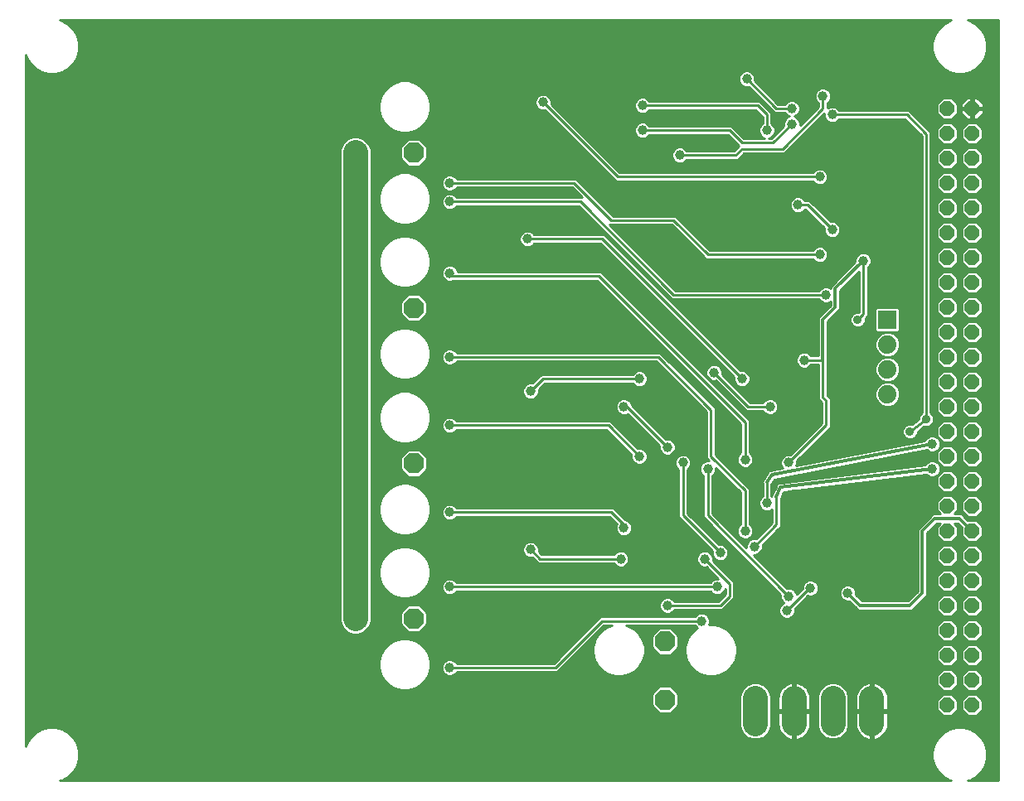
<source format=gbl>
G75*
G70*
%OFA0B0*%
%FSLAX24Y24*%
%IPPOS*%
%LPD*%
%AMOC8*
5,1,8,0,0,1.08239X$1,22.5*
%
%ADD10OC8,0.0827*%
%ADD11C,0.1004*%
%ADD12OC8,0.0594*%
%ADD13R,0.0740X0.0740*%
%ADD14C,0.0740*%
%ADD15C,0.0396*%
%ADD16C,0.0100*%
%ADD17C,0.0360*%
%ADD18C,0.1000*%
%ADD19C,0.0120*%
D10*
X013860Y007250D03*
X016206Y007250D03*
X016206Y013500D03*
X013860Y013500D03*
X013860Y019750D03*
X016206Y019750D03*
X016206Y026000D03*
X013860Y026000D03*
X026300Y006331D03*
X026300Y003985D03*
D11*
X029936Y004027D02*
X029936Y003023D01*
X031495Y003023D02*
X031495Y004027D01*
X033055Y004027D02*
X033055Y003023D01*
X034614Y003023D02*
X034614Y004027D01*
D12*
X037650Y003775D03*
X038650Y003775D03*
X038650Y004775D03*
X037650Y004775D03*
X037650Y005775D03*
X038650Y005775D03*
X038650Y006775D03*
X037650Y006775D03*
X037650Y007775D03*
X038650Y007775D03*
X038650Y008775D03*
X037650Y008775D03*
X037650Y009775D03*
X038650Y009775D03*
X038650Y010775D03*
X037650Y010775D03*
X037650Y011775D03*
X038650Y011775D03*
X038650Y012775D03*
X037650Y012775D03*
X037650Y013775D03*
X038650Y013775D03*
X038650Y014775D03*
X037650Y014775D03*
X037650Y015775D03*
X038650Y015775D03*
X038650Y016775D03*
X037650Y016775D03*
X037650Y017775D03*
X038650Y017775D03*
X038650Y018775D03*
X037650Y018775D03*
X037650Y019775D03*
X038650Y019775D03*
X038650Y020775D03*
X037650Y020775D03*
X037650Y021775D03*
X038650Y021775D03*
X038650Y022775D03*
X037650Y022775D03*
X037650Y023775D03*
X038650Y023775D03*
X038650Y024775D03*
X037650Y024775D03*
X037650Y025775D03*
X038650Y025775D03*
X038650Y026775D03*
X037650Y026775D03*
X037650Y027775D03*
X038650Y027775D03*
D13*
X035250Y019275D03*
D14*
X035250Y018275D03*
X035250Y017275D03*
X035250Y016275D03*
D15*
X037050Y014275D03*
X037050Y013275D03*
X031275Y013525D03*
X031275Y014150D03*
X029525Y013650D03*
X028025Y013275D03*
X027025Y013525D03*
X027025Y014150D03*
X026400Y014150D03*
X025275Y013775D03*
X024650Y015775D03*
X025275Y016900D03*
X028275Y017150D03*
X029400Y016900D03*
X030525Y015775D03*
X031900Y017650D03*
X031150Y019025D03*
X032775Y020275D03*
X034275Y021650D03*
X034275Y022275D03*
X033025Y022900D03*
X032525Y021900D03*
X031150Y023150D03*
X031650Y023900D03*
X032525Y025025D03*
X030400Y025525D03*
X030400Y026900D03*
X031400Y027150D03*
X031400Y027775D03*
X032025Y027650D03*
X032650Y028275D03*
X033025Y027525D03*
X029588Y028963D03*
X026900Y025900D03*
X025400Y026900D03*
X025400Y027900D03*
X021400Y028025D03*
X017650Y024775D03*
X017650Y024025D03*
X020775Y022525D03*
X017650Y021150D03*
X017650Y017775D03*
X017650Y015025D03*
X020900Y016400D03*
X017650Y011525D03*
X020900Y010025D03*
X017650Y008525D03*
X017650Y005275D03*
X024525Y009650D03*
X024650Y010900D03*
X025400Y011525D03*
X027900Y009650D03*
X028525Y009900D03*
X029525Y010775D03*
X029900Y010150D03*
X031150Y011775D03*
X030400Y011900D03*
X026025Y009275D03*
X026400Y007775D03*
X027775Y007150D03*
X028400Y008525D03*
X031275Y008150D03*
X031200Y007575D03*
X032150Y008475D03*
X033650Y008275D03*
X032600Y006025D03*
D16*
X002075Y000750D02*
X001981Y000725D01*
X037819Y000725D01*
X037725Y000750D01*
X037475Y000895D01*
X037270Y001100D01*
X037125Y001350D01*
X037050Y001630D01*
X037050Y001920D01*
X037125Y002200D01*
X037270Y002450D01*
X037475Y002655D01*
X037725Y002800D01*
X038005Y002875D01*
X038295Y002875D01*
X038575Y002800D01*
X038825Y002655D01*
X039030Y002450D01*
X039175Y002200D01*
X039250Y001920D01*
X039250Y001630D01*
X039175Y001350D01*
X039030Y001100D01*
X038825Y000895D01*
X038575Y000750D01*
X038481Y000725D01*
X039701Y000725D01*
X039700Y031325D01*
X038481Y031325D01*
X038575Y031300D01*
X038825Y031155D01*
X039030Y030950D01*
X039175Y030700D01*
X039250Y030420D01*
X039250Y030130D01*
X039175Y029850D01*
X039030Y029600D01*
X038825Y029395D01*
X038575Y029250D01*
X038295Y029175D01*
X038005Y029175D01*
X037725Y029250D01*
X037475Y029395D01*
X037270Y029600D01*
X037125Y029850D01*
X037050Y030130D01*
X037050Y030420D01*
X037125Y030700D01*
X037270Y030950D01*
X037475Y031155D01*
X037725Y031300D01*
X037819Y031325D01*
X001981Y031325D01*
X002075Y031300D01*
X002325Y031155D01*
X002530Y030950D01*
X002675Y030700D01*
X002750Y030420D01*
X002750Y030130D01*
X002675Y029850D01*
X002530Y029600D01*
X002325Y029395D01*
X002075Y029250D01*
X001795Y029175D01*
X001505Y029175D01*
X001225Y029250D01*
X000975Y029395D01*
X000770Y029600D01*
X000625Y029850D01*
X000600Y029944D01*
X000600Y002106D01*
X000625Y002200D01*
X000770Y002450D01*
X000975Y002655D01*
X001225Y002800D01*
X001505Y002875D01*
X001795Y002875D01*
X002075Y002800D01*
X002325Y002655D01*
X002530Y002450D01*
X002675Y002200D01*
X002750Y001920D01*
X002750Y001630D01*
X002675Y001350D01*
X002530Y001100D01*
X002325Y000895D01*
X002075Y000750D01*
X002105Y000768D02*
X037695Y000768D01*
X037524Y000866D02*
X002276Y000866D01*
X002395Y000965D02*
X037405Y000965D01*
X037306Y001063D02*
X002494Y001063D01*
X002566Y001162D02*
X037234Y001162D01*
X037177Y001260D02*
X002623Y001260D01*
X002677Y001359D02*
X037123Y001359D01*
X037096Y001457D02*
X002704Y001457D01*
X002730Y001556D02*
X037070Y001556D01*
X037050Y001654D02*
X002750Y001654D01*
X002750Y001753D02*
X037050Y001753D01*
X037050Y001851D02*
X002750Y001851D01*
X002742Y001950D02*
X037058Y001950D01*
X037084Y002048D02*
X002716Y002048D01*
X002689Y002147D02*
X037111Y002147D01*
X037151Y002245D02*
X002649Y002245D01*
X002592Y002344D02*
X037208Y002344D01*
X037265Y002442D02*
X034911Y002442D01*
X034903Y002437D02*
X034977Y002480D01*
X035044Y002532D01*
X035105Y002592D01*
X035157Y002660D01*
X035200Y002734D01*
X035232Y002813D01*
X035254Y002896D01*
X035266Y002980D01*
X035266Y003475D01*
X034664Y003475D01*
X034664Y003575D01*
X035266Y003575D01*
X035266Y004070D01*
X035254Y004154D01*
X035232Y004237D01*
X035200Y004316D01*
X035157Y004390D01*
X035105Y004458D01*
X035044Y004518D01*
X034977Y004570D01*
X034903Y004613D01*
X034824Y004646D01*
X034741Y004668D01*
X034664Y004678D01*
X034664Y003575D01*
X034564Y003575D01*
X034564Y004678D01*
X034486Y004668D01*
X034404Y004646D01*
X034325Y004613D01*
X034251Y004570D01*
X034183Y004518D01*
X034122Y004458D01*
X034070Y004390D01*
X034028Y004316D01*
X033995Y004237D01*
X033973Y004154D01*
X033962Y004070D01*
X033962Y003575D01*
X034564Y003575D01*
X034564Y003475D01*
X034664Y003475D01*
X034664Y002372D01*
X034741Y002382D01*
X034824Y002404D01*
X034903Y002437D01*
X035053Y002541D02*
X037360Y002541D01*
X037458Y002639D02*
X035141Y002639D01*
X035201Y002738D02*
X037617Y002738D01*
X037860Y002836D02*
X035238Y002836D01*
X035260Y002935D02*
X039701Y002935D01*
X039701Y003033D02*
X035266Y003033D01*
X035266Y003132D02*
X039701Y003132D01*
X039701Y003230D02*
X035266Y003230D01*
X035266Y003329D02*
X039701Y003329D01*
X039701Y003427D02*
X038906Y003427D01*
X038827Y003348D02*
X039077Y003598D01*
X039077Y003952D01*
X038827Y004202D01*
X038473Y004202D01*
X038223Y003952D01*
X038223Y003598D01*
X038473Y003348D01*
X038827Y003348D01*
X039004Y003526D02*
X039701Y003526D01*
X039701Y003624D02*
X039077Y003624D01*
X039077Y003723D02*
X039701Y003723D01*
X039701Y003821D02*
X039077Y003821D01*
X039077Y003920D02*
X039701Y003920D01*
X039701Y004018D02*
X039011Y004018D01*
X038912Y004117D02*
X039701Y004117D01*
X039701Y004215D02*
X035238Y004215D01*
X035259Y004117D02*
X037388Y004117D01*
X037473Y004202D02*
X037223Y003952D01*
X037223Y003598D01*
X037473Y003348D01*
X037827Y003348D01*
X038077Y003598D01*
X038077Y003952D01*
X037827Y004202D01*
X037473Y004202D01*
X037473Y004348D02*
X037827Y004348D01*
X038077Y004598D01*
X038077Y004952D01*
X037827Y005202D01*
X037473Y005202D01*
X037223Y004952D01*
X037223Y004598D01*
X037473Y004348D01*
X037409Y004412D02*
X035140Y004412D01*
X035201Y004314D02*
X039701Y004314D01*
X039701Y004412D02*
X038891Y004412D01*
X038827Y004348D02*
X039077Y004598D01*
X039077Y004952D01*
X038827Y005202D01*
X038473Y005202D01*
X038223Y004952D01*
X038223Y004598D01*
X038473Y004348D01*
X038827Y004348D01*
X038989Y004511D02*
X039701Y004511D01*
X039701Y004609D02*
X039077Y004609D01*
X039077Y004708D02*
X039701Y004708D01*
X039701Y004806D02*
X039077Y004806D01*
X039077Y004905D02*
X039701Y004905D01*
X039701Y005003D02*
X039026Y005003D01*
X038927Y005102D02*
X039701Y005102D01*
X039701Y005200D02*
X038829Y005200D01*
X038827Y005348D02*
X039077Y005598D01*
X039077Y005952D01*
X038827Y006202D01*
X038473Y006202D01*
X038223Y005952D01*
X038223Y005598D01*
X038473Y005348D01*
X038827Y005348D01*
X038876Y005397D02*
X039701Y005397D01*
X039701Y005299D02*
X028951Y005299D01*
X028983Y005330D02*
X029120Y005567D01*
X029191Y005832D01*
X029191Y006106D01*
X029120Y006371D01*
X028983Y006608D01*
X028789Y006802D01*
X028552Y006939D01*
X028287Y007009D01*
X028072Y007009D01*
X028103Y007085D01*
X028103Y007215D01*
X028053Y007336D01*
X027961Y007428D01*
X027840Y007478D01*
X027710Y007478D01*
X027589Y007428D01*
X027497Y007336D01*
X027494Y007330D01*
X023700Y007330D01*
X021825Y005455D01*
X017931Y005455D01*
X017928Y005461D01*
X017836Y005553D01*
X017715Y005603D01*
X017585Y005603D01*
X017464Y005553D01*
X017372Y005461D01*
X017322Y005340D01*
X017322Y005210D01*
X017372Y005089D01*
X017464Y004997D01*
X017585Y004947D01*
X017715Y004947D01*
X017836Y004997D01*
X017928Y005089D01*
X017931Y005095D01*
X021975Y005095D01*
X022080Y005200D01*
X023747Y005200D01*
X023810Y005136D02*
X024048Y004999D01*
X024312Y004928D01*
X024586Y004928D01*
X024851Y004999D01*
X025088Y005136D01*
X025282Y005330D01*
X025419Y005567D01*
X025490Y005832D01*
X025490Y006106D01*
X025419Y006371D01*
X025282Y006608D01*
X025088Y006802D01*
X024851Y006939D01*
X024733Y006970D01*
X027494Y006970D01*
X027497Y006964D01*
X027589Y006872D01*
X027615Y006861D01*
X027511Y006802D01*
X027317Y006608D01*
X027180Y006371D01*
X027109Y006106D01*
X027109Y005832D01*
X027180Y005567D01*
X027317Y005330D01*
X027511Y005136D01*
X027748Y004999D01*
X028013Y004928D01*
X028287Y004928D01*
X028552Y004999D01*
X028789Y005136D01*
X028983Y005330D01*
X029021Y005397D02*
X037424Y005397D01*
X037473Y005348D02*
X037223Y005598D01*
X037223Y005952D01*
X037473Y006202D01*
X037827Y006202D01*
X038077Y005952D01*
X038077Y005598D01*
X037827Y005348D01*
X037473Y005348D01*
X037471Y005200D02*
X028853Y005200D01*
X028729Y005102D02*
X037373Y005102D01*
X037274Y005003D02*
X028558Y005003D01*
X029078Y005496D02*
X037326Y005496D01*
X037227Y005594D02*
X029127Y005594D01*
X029153Y005693D02*
X037223Y005693D01*
X037223Y005791D02*
X029180Y005791D01*
X029191Y005890D02*
X037223Y005890D01*
X037259Y005988D02*
X029191Y005988D01*
X029191Y006087D02*
X037358Y006087D01*
X037456Y006185D02*
X029169Y006185D01*
X029143Y006284D02*
X039701Y006284D01*
X039701Y006382D02*
X038861Y006382D01*
X038827Y006348D02*
X039077Y006598D01*
X039077Y006952D01*
X038827Y007202D01*
X038473Y007202D01*
X038223Y006952D01*
X038223Y006598D01*
X038473Y006348D01*
X038827Y006348D01*
X038844Y006185D02*
X039701Y006185D01*
X039701Y006087D02*
X038942Y006087D01*
X039041Y005988D02*
X039701Y005988D01*
X039701Y005890D02*
X039077Y005890D01*
X039077Y005791D02*
X039701Y005791D01*
X039701Y005693D02*
X039077Y005693D01*
X039073Y005594D02*
X039701Y005594D01*
X039701Y005496D02*
X038974Y005496D01*
X038424Y005397D02*
X037876Y005397D01*
X037974Y005496D02*
X038326Y005496D01*
X038227Y005594D02*
X038073Y005594D01*
X038077Y005693D02*
X038223Y005693D01*
X038223Y005791D02*
X038077Y005791D01*
X038077Y005890D02*
X038223Y005890D01*
X038259Y005988D02*
X038041Y005988D01*
X037942Y006087D02*
X038358Y006087D01*
X038456Y006185D02*
X037844Y006185D01*
X037827Y006348D02*
X038077Y006598D01*
X038077Y006952D01*
X037827Y007202D01*
X037473Y007202D01*
X037223Y006952D01*
X037223Y006598D01*
X037473Y006348D01*
X037827Y006348D01*
X037861Y006382D02*
X038439Y006382D01*
X038341Y006481D02*
X037959Y006481D01*
X038058Y006579D02*
X038242Y006579D01*
X038223Y006678D02*
X038077Y006678D01*
X038077Y006776D02*
X038223Y006776D01*
X038223Y006875D02*
X038077Y006875D01*
X038056Y006973D02*
X038244Y006973D01*
X038343Y007072D02*
X037957Y007072D01*
X037859Y007170D02*
X038441Y007170D01*
X038473Y007348D02*
X038223Y007598D01*
X038223Y007952D01*
X038473Y008202D01*
X038827Y008202D01*
X039077Y007952D01*
X039077Y007598D01*
X038827Y007348D01*
X038473Y007348D01*
X038454Y007367D02*
X037846Y007367D01*
X037827Y007348D02*
X038077Y007598D01*
X038077Y007952D01*
X037827Y008202D01*
X037473Y008202D01*
X037223Y007952D01*
X037223Y007598D01*
X037473Y007348D01*
X037827Y007348D01*
X037944Y007466D02*
X038356Y007466D01*
X038257Y007564D02*
X038043Y007564D01*
X038077Y007663D02*
X038223Y007663D01*
X038223Y007761D02*
X038077Y007761D01*
X038077Y007860D02*
X038223Y007860D01*
X038229Y007958D02*
X038071Y007958D01*
X037972Y008057D02*
X038328Y008057D01*
X038426Y008155D02*
X037874Y008155D01*
X037827Y008348D02*
X038077Y008598D01*
X038077Y008952D01*
X037827Y009202D01*
X037473Y009202D01*
X037223Y008952D01*
X037223Y008598D01*
X037473Y008348D01*
X037827Y008348D01*
X037831Y008352D02*
X038469Y008352D01*
X038473Y008348D02*
X038827Y008348D01*
X039077Y008598D01*
X039077Y008952D01*
X038827Y009202D01*
X038473Y009202D01*
X038223Y008952D01*
X038223Y008598D01*
X038473Y008348D01*
X038371Y008451D02*
X037929Y008451D01*
X038028Y008549D02*
X038272Y008549D01*
X038223Y008648D02*
X038077Y008648D01*
X038077Y008746D02*
X038223Y008746D01*
X038223Y008845D02*
X038077Y008845D01*
X038077Y008943D02*
X038223Y008943D01*
X038313Y009042D02*
X037987Y009042D01*
X037889Y009140D02*
X038411Y009140D01*
X038473Y009348D02*
X038827Y009348D01*
X039077Y009598D01*
X039077Y009952D01*
X038827Y010202D01*
X038473Y010202D01*
X038223Y009952D01*
X038223Y009598D01*
X038473Y009348D01*
X038386Y009436D02*
X037914Y009436D01*
X037827Y009348D02*
X038077Y009598D01*
X038077Y009952D01*
X037827Y010202D01*
X037473Y010202D01*
X037223Y009952D01*
X037223Y009598D01*
X037473Y009348D01*
X037827Y009348D01*
X038013Y009534D02*
X038287Y009534D01*
X038223Y009633D02*
X038077Y009633D01*
X038077Y009731D02*
X038223Y009731D01*
X038223Y009830D02*
X038077Y009830D01*
X038077Y009928D02*
X038223Y009928D01*
X038298Y010027D02*
X038002Y010027D01*
X037904Y010125D02*
X038396Y010125D01*
X038473Y010348D02*
X038827Y010348D01*
X039077Y010598D01*
X039077Y010952D01*
X038827Y011202D01*
X038478Y011202D01*
X038340Y011340D01*
X038340Y011354D01*
X038229Y011465D01*
X037944Y011465D01*
X038077Y011598D01*
X038077Y011952D01*
X037827Y012202D01*
X037473Y012202D01*
X037223Y011952D01*
X037223Y011598D01*
X037356Y011465D01*
X037071Y011465D01*
X036960Y011354D01*
X036460Y010854D01*
X036460Y008354D01*
X036071Y007965D01*
X034229Y007965D01*
X033978Y008216D01*
X033978Y008340D01*
X033928Y008461D01*
X033836Y008553D01*
X033715Y008603D01*
X033585Y008603D01*
X033464Y008553D01*
X033372Y008461D01*
X033322Y008340D01*
X033322Y008210D01*
X033372Y008089D01*
X033464Y007997D01*
X033585Y007947D01*
X033709Y007947D01*
X033960Y007696D01*
X034071Y007585D01*
X036229Y007585D01*
X036729Y008085D01*
X036840Y008196D01*
X036840Y010696D01*
X037229Y011085D01*
X037356Y011085D01*
X037223Y010952D01*
X037223Y010598D01*
X037473Y010348D01*
X037827Y010348D01*
X038077Y010598D01*
X038077Y010952D01*
X037944Y011085D01*
X038085Y011085D01*
X038223Y010947D01*
X038223Y010598D01*
X038473Y010348D01*
X038401Y010421D02*
X037899Y010421D01*
X037998Y010519D02*
X038302Y010519D01*
X038223Y010618D02*
X038077Y010618D01*
X038077Y010716D02*
X038223Y010716D01*
X038223Y010815D02*
X038077Y010815D01*
X038077Y010913D02*
X038223Y010913D01*
X038159Y011012D02*
X038017Y011012D01*
X038150Y011275D02*
X038650Y010775D01*
X039077Y010815D02*
X039701Y010815D01*
X039701Y010913D02*
X039077Y010913D01*
X039017Y011012D02*
X039701Y011012D01*
X039701Y011110D02*
X038919Y011110D01*
X038827Y011348D02*
X038473Y011348D01*
X038223Y011598D01*
X038223Y011952D01*
X038473Y012202D01*
X038827Y012202D01*
X039077Y011952D01*
X039077Y011598D01*
X038827Y011348D01*
X038884Y011406D02*
X039701Y011406D01*
X039701Y011504D02*
X038983Y011504D01*
X039077Y011603D02*
X039701Y011603D01*
X039701Y011701D02*
X039077Y011701D01*
X039077Y011800D02*
X039701Y011800D01*
X039701Y011898D02*
X039077Y011898D01*
X039032Y011997D02*
X039701Y011997D01*
X039701Y012095D02*
X038934Y012095D01*
X038835Y012194D02*
X039701Y012194D01*
X039701Y012292D02*
X031051Y012292D01*
X031078Y012349D02*
X030955Y012086D01*
X030955Y010950D01*
X030850Y010845D01*
X030226Y010221D01*
X030228Y010215D01*
X030228Y010085D01*
X030178Y009964D01*
X030086Y009872D01*
X029965Y009822D01*
X029858Y009822D01*
X031204Y008476D01*
X031210Y008478D01*
X031340Y008478D01*
X031461Y008428D01*
X031553Y008336D01*
X031598Y008228D01*
X031822Y008451D01*
X031822Y008540D01*
X031872Y008661D01*
X031964Y008753D01*
X032085Y008803D01*
X032215Y008803D01*
X032336Y008753D01*
X032428Y008661D01*
X032478Y008540D01*
X032478Y008410D01*
X032428Y008289D01*
X032336Y008197D01*
X032215Y008147D01*
X032085Y008147D01*
X032044Y008164D01*
X031526Y007646D01*
X031528Y007640D01*
X031528Y007510D01*
X031478Y007389D01*
X031386Y007297D01*
X031265Y007247D01*
X031135Y007247D01*
X031014Y007297D01*
X030922Y007389D01*
X030872Y007510D01*
X030872Y007640D01*
X030922Y007761D01*
X028766Y007761D01*
X028705Y007700D02*
X029080Y008075D01*
X029080Y008725D01*
X028975Y008830D01*
X028226Y009579D01*
X028228Y009585D01*
X028228Y009715D01*
X028178Y009836D01*
X028086Y009928D01*
X028197Y009928D01*
X028197Y009965D02*
X028197Y009835D01*
X028247Y009714D01*
X028339Y009622D01*
X028460Y009572D01*
X028590Y009572D01*
X028711Y009622D01*
X028803Y009714D01*
X028853Y009835D01*
X028853Y009965D01*
X028803Y010086D01*
X028711Y010178D01*
X028590Y010228D01*
X028460Y010228D01*
X028454Y010226D01*
X027205Y011475D01*
X027205Y013244D01*
X027211Y013247D01*
X027303Y013339D01*
X027353Y013460D01*
X027353Y013590D01*
X027303Y013711D01*
X027211Y013803D01*
X027090Y013853D01*
X026960Y013853D01*
X026839Y013803D01*
X026747Y013711D01*
X026697Y013590D01*
X026697Y013460D01*
X026747Y013339D01*
X026839Y013247D01*
X026845Y013244D01*
X026845Y011325D01*
X028199Y009971D01*
X028197Y009965D01*
X028144Y010027D02*
X021228Y010027D01*
X021228Y010090D02*
X021178Y010211D01*
X021086Y010303D01*
X020965Y010353D01*
X020835Y010353D01*
X020714Y010303D01*
X020622Y010211D01*
X020572Y010090D01*
X020572Y009960D01*
X020622Y009839D01*
X020714Y009747D01*
X020835Y009697D01*
X020965Y009697D01*
X020971Y009699D01*
X021200Y009470D01*
X024244Y009470D01*
X024247Y009464D01*
X024339Y009372D01*
X024460Y009322D01*
X024590Y009322D01*
X024711Y009372D01*
X024803Y009464D01*
X024853Y009585D01*
X024853Y009715D01*
X024803Y009836D01*
X024711Y009928D01*
X027714Y009928D01*
X027622Y009836D01*
X027572Y009715D01*
X027572Y009585D01*
X027622Y009464D01*
X027714Y009372D01*
X027835Y009322D01*
X027965Y009322D01*
X027971Y009324D01*
X028442Y008853D01*
X028335Y008853D01*
X028214Y008803D01*
X028122Y008711D01*
X028119Y008705D01*
X017931Y008705D01*
X017928Y008711D01*
X017836Y008803D01*
X017715Y008853D01*
X017585Y008853D01*
X017464Y008803D01*
X017372Y008711D01*
X017322Y008590D01*
X017322Y008460D01*
X017372Y008339D01*
X017464Y008247D01*
X017585Y008197D01*
X017715Y008197D01*
X017836Y008247D01*
X017928Y008339D01*
X017931Y008345D01*
X028119Y008345D01*
X028122Y008339D01*
X028214Y008247D01*
X028335Y008197D01*
X028465Y008197D01*
X028586Y008247D01*
X028678Y008339D01*
X028720Y008440D01*
X028720Y008225D01*
X028450Y007955D01*
X026681Y007955D01*
X026678Y007961D01*
X026586Y008053D01*
X026465Y008103D01*
X026335Y008103D01*
X026214Y008053D01*
X026122Y007961D01*
X026072Y007840D01*
X026072Y007710D01*
X026122Y007589D01*
X026214Y007497D01*
X026335Y007447D01*
X026465Y007447D01*
X026586Y007497D01*
X026678Y007589D01*
X026681Y007595D01*
X028600Y007595D01*
X028705Y007700D01*
X028667Y007663D02*
X030881Y007663D01*
X030872Y007564D02*
X026653Y007564D01*
X026510Y007466D02*
X027679Y007466D01*
X027528Y007367D02*
X016749Y007367D01*
X016749Y007269D02*
X023639Y007269D01*
X023540Y007170D02*
X016749Y007170D01*
X016749Y007072D02*
X023442Y007072D01*
X023343Y006973D02*
X016697Y006973D01*
X016749Y007025D02*
X016431Y006707D01*
X015981Y006707D01*
X015663Y007025D01*
X015663Y007475D01*
X015981Y007794D01*
X016431Y007794D01*
X016749Y007475D01*
X016749Y007025D01*
X016599Y006875D02*
X023245Y006875D01*
X023146Y006776D02*
X016500Y006776D01*
X016246Y006370D02*
X015981Y006441D01*
X015707Y006441D01*
X015442Y006370D01*
X015205Y006233D01*
X015011Y006039D01*
X014874Y005802D01*
X014803Y005537D01*
X014803Y005263D01*
X014874Y004998D01*
X015011Y004761D01*
X015205Y004567D01*
X015442Y004430D01*
X015707Y004359D01*
X015981Y004359D01*
X016246Y004430D01*
X016483Y004567D01*
X016677Y004761D01*
X016814Y004998D01*
X016884Y005263D01*
X016884Y005537D01*
X016814Y005802D01*
X016677Y006039D01*
X016483Y006233D01*
X016246Y006370D01*
X016199Y006382D02*
X022752Y006382D01*
X022654Y006284D02*
X016395Y006284D01*
X016530Y006185D02*
X022555Y006185D01*
X022457Y006087D02*
X016629Y006087D01*
X016706Y005988D02*
X022358Y005988D01*
X022260Y005890D02*
X016763Y005890D01*
X016816Y005791D02*
X022161Y005791D01*
X022063Y005693D02*
X016843Y005693D01*
X016869Y005594D02*
X017563Y005594D01*
X017737Y005594D02*
X021964Y005594D01*
X021866Y005496D02*
X017894Y005496D01*
X017650Y005275D02*
X021900Y005275D01*
X023775Y007150D01*
X027775Y007150D01*
X028081Y007269D02*
X031083Y007269D01*
X030944Y007367D02*
X028022Y007367D01*
X027871Y007466D02*
X030890Y007466D01*
X030922Y007761D02*
X031014Y007853D01*
X031080Y007881D01*
X030997Y007964D01*
X030947Y008085D01*
X030947Y008215D01*
X030949Y008221D01*
X027845Y011325D01*
X027845Y012994D01*
X027839Y012997D01*
X027747Y013089D01*
X027697Y013210D01*
X027697Y013340D01*
X027747Y013461D01*
X027839Y013553D01*
X027960Y013603D01*
X028067Y013603D01*
X027970Y013700D01*
X027970Y015575D01*
X025950Y017595D01*
X017931Y017595D01*
X017928Y017589D01*
X017836Y017497D01*
X017715Y017447D01*
X017585Y017447D01*
X017464Y017497D01*
X017372Y017589D01*
X017322Y017710D01*
X017322Y017840D01*
X017372Y017961D01*
X017464Y018053D01*
X017585Y018103D01*
X017715Y018103D01*
X017836Y018053D01*
X017928Y017961D01*
X017931Y017955D01*
X026100Y017955D01*
X026205Y017850D01*
X028330Y015725D01*
X028330Y013850D01*
X029705Y012475D01*
X029705Y011056D01*
X029711Y011053D01*
X029803Y010961D01*
X029853Y010840D01*
X029853Y010710D01*
X029803Y010589D01*
X029711Y010497D01*
X029590Y010447D01*
X029460Y010447D01*
X029339Y010497D01*
X029247Y010589D01*
X029197Y010710D01*
X029197Y010840D01*
X029247Y010961D01*
X029339Y011053D01*
X029345Y011056D01*
X029345Y012325D01*
X028353Y013317D01*
X028353Y013210D01*
X028303Y013089D01*
X028211Y012997D01*
X028205Y012994D01*
X028205Y011475D01*
X029572Y010108D01*
X029572Y010215D01*
X029622Y010336D01*
X029714Y010428D01*
X029835Y010478D01*
X029965Y010478D01*
X029971Y010476D01*
X030595Y011100D01*
X030595Y011631D01*
X030586Y011622D01*
X030465Y011572D01*
X030335Y011572D01*
X030214Y011622D01*
X030122Y011714D01*
X030072Y011835D01*
X030072Y011965D01*
X030122Y012086D01*
X030214Y012178D01*
X030220Y012181D01*
X030220Y012656D01*
X030198Y012765D01*
X030220Y012798D01*
X030220Y012800D01*
X030224Y012804D01*
X030399Y013065D01*
X030398Y013066D01*
X030442Y013131D01*
X030486Y013196D01*
X030486Y013196D01*
X030487Y013197D01*
X030563Y013211D01*
X030640Y013227D01*
X030640Y013226D01*
X031033Y013303D01*
X030997Y013339D01*
X030947Y013460D01*
X030947Y013590D01*
X030997Y013711D01*
X031089Y013803D01*
X031210Y013853D01*
X031340Y013853D01*
X031346Y013851D01*
X032595Y015100D01*
X032595Y015950D01*
X032575Y015970D01*
X032470Y016075D01*
X032470Y017470D01*
X032181Y017470D01*
X032178Y017464D01*
X032086Y017372D01*
X031965Y017322D01*
X031835Y017322D01*
X031714Y017372D01*
X031622Y017464D01*
X031572Y017585D01*
X031572Y017715D01*
X031622Y017836D01*
X031714Y017928D01*
X031835Y017978D01*
X031965Y017978D01*
X032086Y017928D01*
X032178Y017836D01*
X032181Y017830D01*
X032460Y017830D01*
X032460Y019354D01*
X032571Y019465D01*
X032960Y019854D01*
X032960Y019996D01*
X032840Y019947D01*
X032710Y019947D01*
X032589Y019997D01*
X032497Y020089D01*
X032494Y020095D01*
X026575Y020095D01*
X026470Y020200D01*
X022825Y023845D01*
X017931Y023845D01*
X017928Y023839D01*
X017836Y023747D01*
X017715Y023697D01*
X017585Y023697D01*
X017464Y023747D01*
X017372Y023839D01*
X017322Y023960D01*
X017322Y024090D01*
X017372Y024211D01*
X017464Y024303D01*
X017585Y024353D01*
X017715Y024353D01*
X017836Y024303D01*
X017928Y024211D01*
X017931Y024205D01*
X022965Y024205D01*
X022575Y024595D01*
X017931Y024595D01*
X017928Y024589D01*
X017836Y024497D01*
X017715Y024447D01*
X017585Y024447D01*
X017464Y024497D01*
X017372Y024589D01*
X017322Y024710D01*
X017322Y024840D01*
X017372Y024961D01*
X017464Y025053D01*
X017585Y025103D01*
X017715Y025103D01*
X017836Y025053D01*
X017928Y024961D01*
X017931Y024955D01*
X022725Y024955D01*
X022830Y024850D01*
X024225Y023455D01*
X026725Y023455D01*
X028100Y022080D01*
X032244Y022080D01*
X032247Y022086D01*
X032339Y022178D01*
X032460Y022228D01*
X032590Y022228D01*
X032711Y022178D01*
X032803Y022086D01*
X032853Y021965D01*
X032853Y021835D01*
X032803Y021714D01*
X032711Y021622D01*
X032590Y021572D01*
X032460Y021572D01*
X032339Y021622D01*
X032247Y021714D01*
X032244Y021720D01*
X027950Y021720D01*
X027845Y021825D01*
X026575Y023095D01*
X024085Y023095D01*
X026725Y020455D01*
X032494Y020455D01*
X032497Y020461D01*
X032589Y020553D01*
X032710Y020603D01*
X032840Y020603D01*
X032960Y020554D01*
X032960Y020604D01*
X033071Y020715D01*
X033947Y021591D01*
X033947Y021715D01*
X033997Y021836D01*
X034089Y021928D01*
X034210Y021978D01*
X034340Y021978D01*
X034461Y021928D01*
X034553Y021836D01*
X034603Y021715D01*
X034603Y021585D01*
X034553Y021464D01*
X034461Y021372D01*
X034455Y021369D01*
X034455Y019425D01*
X034360Y019330D01*
X034360Y019213D01*
X034313Y019099D01*
X034226Y019012D01*
X034112Y018965D01*
X033988Y018965D01*
X033874Y019012D01*
X033787Y019099D01*
X033740Y019213D01*
X033740Y019337D01*
X033787Y019451D01*
X033874Y019538D01*
X033988Y019585D01*
X034095Y019585D01*
X034095Y021201D01*
X033340Y020446D01*
X033340Y019696D01*
X032840Y019196D01*
X032840Y017571D01*
X032830Y017561D01*
X032830Y016225D01*
X032850Y016205D01*
X032850Y016205D01*
X032955Y016100D01*
X032955Y014950D01*
X031601Y013596D01*
X031603Y013590D01*
X031603Y013460D01*
X031582Y013409D01*
X036751Y014411D01*
X036772Y014461D01*
X036864Y014553D01*
X036985Y014603D01*
X037115Y014603D01*
X037236Y014553D01*
X037328Y014461D01*
X037378Y014340D01*
X037378Y014210D01*
X037328Y014089D01*
X037236Y013997D01*
X037115Y013947D01*
X036985Y013947D01*
X036864Y013997D01*
X036823Y014038D01*
X030714Y012854D01*
X030580Y012652D01*
X030580Y012181D01*
X030595Y012214D01*
X030595Y012225D01*
X030605Y012234D01*
X030755Y012556D01*
X030752Y012580D01*
X030787Y012625D01*
X030811Y012677D01*
X030834Y012685D01*
X030849Y012704D01*
X030905Y012711D01*
X030959Y012730D01*
X030981Y012720D01*
X036759Y013431D01*
X036772Y013461D01*
X036864Y013553D01*
X036985Y013603D01*
X037115Y013603D01*
X037236Y013553D01*
X037328Y013461D01*
X037378Y013340D01*
X037378Y013210D01*
X037328Y013089D01*
X037236Y012997D01*
X037115Y012947D01*
X036985Y012947D01*
X036864Y012997D01*
X036807Y013054D01*
X031078Y012349D01*
X031005Y012194D02*
X037465Y012194D01*
X037366Y012095D02*
X030959Y012095D01*
X030955Y011997D02*
X037268Y011997D01*
X037223Y011898D02*
X030955Y011898D01*
X030955Y011800D02*
X037223Y011800D01*
X037223Y011701D02*
X030955Y011701D01*
X030955Y011603D02*
X037223Y011603D01*
X037317Y011504D02*
X030955Y011504D01*
X030955Y011406D02*
X037012Y011406D01*
X036913Y011307D02*
X030955Y011307D01*
X030955Y011209D02*
X036815Y011209D01*
X036716Y011110D02*
X030955Y011110D01*
X030955Y011012D02*
X036618Y011012D01*
X036519Y010913D02*
X030918Y010913D01*
X030819Y010815D02*
X036460Y010815D01*
X036460Y010716D02*
X030721Y010716D01*
X030622Y010618D02*
X036460Y010618D01*
X036460Y010519D02*
X030524Y010519D01*
X030425Y010421D02*
X036460Y010421D01*
X036460Y010322D02*
X030327Y010322D01*
X030228Y010224D02*
X036460Y010224D01*
X036460Y010125D02*
X030228Y010125D01*
X030204Y010027D02*
X036460Y010027D01*
X036460Y009928D02*
X030142Y009928D01*
X029984Y009830D02*
X036460Y009830D01*
X036460Y009731D02*
X029949Y009731D01*
X030047Y009633D02*
X036460Y009633D01*
X036460Y009534D02*
X030146Y009534D01*
X030244Y009436D02*
X036460Y009436D01*
X036460Y009337D02*
X030343Y009337D01*
X030441Y009239D02*
X036460Y009239D01*
X036460Y009140D02*
X030540Y009140D01*
X030638Y009042D02*
X036460Y009042D01*
X036460Y008943D02*
X030737Y008943D01*
X030835Y008845D02*
X036460Y008845D01*
X036460Y008746D02*
X032343Y008746D01*
X032434Y008648D02*
X036460Y008648D01*
X036460Y008549D02*
X033840Y008549D01*
X033932Y008451D02*
X036460Y008451D01*
X036458Y008352D02*
X033973Y008352D01*
X033978Y008254D02*
X036360Y008254D01*
X036261Y008155D02*
X034039Y008155D01*
X034137Y008057D02*
X036163Y008057D01*
X036405Y007761D02*
X037223Y007761D01*
X037223Y007663D02*
X036306Y007663D01*
X036503Y007860D02*
X037223Y007860D01*
X037229Y007958D02*
X036602Y007958D01*
X036700Y008057D02*
X037328Y008057D01*
X037426Y008155D02*
X036799Y008155D01*
X036840Y008254D02*
X039701Y008254D01*
X039701Y008352D02*
X038831Y008352D01*
X038929Y008451D02*
X039701Y008451D01*
X039701Y008549D02*
X039028Y008549D01*
X039077Y008648D02*
X039701Y008648D01*
X039701Y008746D02*
X039077Y008746D01*
X039077Y008845D02*
X039701Y008845D01*
X039701Y008943D02*
X039077Y008943D01*
X038987Y009042D02*
X039701Y009042D01*
X039701Y009140D02*
X038889Y009140D01*
X038914Y009436D02*
X039701Y009436D01*
X039701Y009534D02*
X039013Y009534D01*
X039077Y009633D02*
X039701Y009633D01*
X039701Y009731D02*
X039077Y009731D01*
X039077Y009830D02*
X039701Y009830D01*
X039701Y009928D02*
X039077Y009928D01*
X039002Y010027D02*
X039701Y010027D01*
X039701Y010125D02*
X038904Y010125D01*
X038899Y010421D02*
X039701Y010421D01*
X039701Y010519D02*
X038998Y010519D01*
X039077Y010618D02*
X039701Y010618D01*
X039701Y010716D02*
X039077Y010716D01*
X039701Y010322D02*
X036840Y010322D01*
X036840Y010224D02*
X039701Y010224D01*
X039701Y009337D02*
X036840Y009337D01*
X036840Y009239D02*
X039701Y009239D01*
X039701Y008155D02*
X038874Y008155D01*
X038972Y008057D02*
X039701Y008057D01*
X039701Y007958D02*
X039071Y007958D01*
X039077Y007860D02*
X039701Y007860D01*
X039701Y007761D02*
X039077Y007761D01*
X039077Y007663D02*
X039701Y007663D01*
X039701Y007564D02*
X039043Y007564D01*
X038944Y007466D02*
X039701Y007466D01*
X039701Y007367D02*
X038846Y007367D01*
X038859Y007170D02*
X039701Y007170D01*
X039701Y007072D02*
X038957Y007072D01*
X039056Y006973D02*
X039701Y006973D01*
X039701Y006875D02*
X039077Y006875D01*
X039077Y006776D02*
X039701Y006776D01*
X039701Y006678D02*
X039077Y006678D01*
X039058Y006579D02*
X039701Y006579D01*
X039701Y006481D02*
X038959Y006481D01*
X039701Y007269D02*
X031317Y007269D01*
X031456Y007367D02*
X037454Y007367D01*
X037356Y007466D02*
X031510Y007466D01*
X031528Y007564D02*
X037257Y007564D01*
X037441Y007170D02*
X028103Y007170D01*
X028098Y007072D02*
X037343Y007072D01*
X037244Y006973D02*
X028423Y006973D01*
X028663Y006875D02*
X037223Y006875D01*
X037223Y006776D02*
X028814Y006776D01*
X028913Y006678D02*
X037223Y006678D01*
X037242Y006579D02*
X028999Y006579D01*
X029056Y006481D02*
X037341Y006481D01*
X037439Y006382D02*
X029113Y006382D01*
X027586Y006875D02*
X024962Y006875D01*
X025114Y006776D02*
X025976Y006776D01*
X025878Y006678D02*
X025212Y006678D01*
X025298Y006579D02*
X025779Y006579D01*
X025756Y006556D02*
X025756Y006106D01*
X026075Y005788D01*
X026525Y005788D01*
X026843Y006106D01*
X026843Y006556D01*
X026525Y006874D01*
X026075Y006874D01*
X025756Y006556D01*
X025756Y006481D02*
X025355Y006481D01*
X025412Y006382D02*
X025756Y006382D01*
X025756Y006284D02*
X025442Y006284D01*
X025469Y006185D02*
X025756Y006185D01*
X025776Y006087D02*
X025490Y006087D01*
X025490Y005988D02*
X025874Y005988D01*
X025973Y005890D02*
X025490Y005890D01*
X025479Y005791D02*
X026071Y005791D01*
X026528Y005791D02*
X027120Y005791D01*
X027109Y005890D02*
X026626Y005890D01*
X026725Y005988D02*
X027109Y005988D01*
X027109Y006087D02*
X026823Y006087D01*
X026843Y006185D02*
X027131Y006185D01*
X027157Y006284D02*
X026843Y006284D01*
X026843Y006382D02*
X027187Y006382D01*
X027244Y006481D02*
X026843Y006481D01*
X026820Y006579D02*
X027301Y006579D01*
X027387Y006678D02*
X026722Y006678D01*
X026623Y006776D02*
X027486Y006776D01*
X026290Y007466D02*
X016749Y007466D01*
X016661Y007564D02*
X026147Y007564D01*
X026091Y007663D02*
X016562Y007663D01*
X016464Y007761D02*
X026072Y007761D01*
X026080Y007860D02*
X014490Y007860D01*
X014490Y007958D02*
X026121Y007958D01*
X026222Y008057D02*
X014490Y008057D01*
X014490Y008155D02*
X015401Y008155D01*
X015442Y008131D02*
X015707Y008060D01*
X015981Y008060D01*
X016246Y008131D01*
X016483Y008268D01*
X016677Y008462D01*
X016814Y008699D01*
X016884Y008964D01*
X016884Y009238D01*
X016814Y009502D01*
X016677Y009740D01*
X016483Y009933D01*
X016246Y010070D01*
X015981Y010141D01*
X015707Y010141D01*
X015442Y010070D01*
X015205Y009933D01*
X015011Y009740D01*
X014874Y009502D01*
X014803Y009238D01*
X014803Y008964D01*
X014874Y008699D01*
X015011Y008462D01*
X015205Y008268D01*
X015442Y008131D01*
X015230Y008254D02*
X014490Y008254D01*
X014490Y008352D02*
X015121Y008352D01*
X015023Y008451D02*
X014490Y008451D01*
X014490Y008549D02*
X014961Y008549D01*
X014904Y008648D02*
X014490Y008648D01*
X014490Y008746D02*
X014862Y008746D01*
X014835Y008845D02*
X014490Y008845D01*
X014490Y008943D02*
X014809Y008943D01*
X014803Y009042D02*
X014490Y009042D01*
X014490Y009140D02*
X014803Y009140D01*
X014804Y009239D02*
X014490Y009239D01*
X014490Y009337D02*
X014830Y009337D01*
X014856Y009436D02*
X014490Y009436D01*
X014490Y009534D02*
X014893Y009534D01*
X014949Y009633D02*
X014490Y009633D01*
X014490Y009731D02*
X015006Y009731D01*
X015101Y009830D02*
X014490Y009830D01*
X014490Y009928D02*
X015200Y009928D01*
X015366Y010027D02*
X014490Y010027D01*
X014490Y010125D02*
X015646Y010125D01*
X016042Y010125D02*
X020586Y010125D01*
X020572Y010027D02*
X016322Y010027D01*
X016488Y009928D02*
X020585Y009928D01*
X020631Y009830D02*
X016587Y009830D01*
X016682Y009731D02*
X020752Y009731D01*
X021038Y009633D02*
X016738Y009633D01*
X016795Y009534D02*
X021136Y009534D01*
X021275Y009650D02*
X020900Y010025D01*
X020760Y010322D02*
X014490Y010322D01*
X014490Y010224D02*
X020635Y010224D01*
X021040Y010322D02*
X027848Y010322D01*
X027750Y010421D02*
X014490Y010421D01*
X014490Y010519D02*
X027651Y010519D01*
X027553Y010618D02*
X024825Y010618D01*
X024836Y010622D02*
X024928Y010714D01*
X024978Y010835D01*
X024978Y010965D01*
X024928Y011086D01*
X024836Y011178D01*
X024715Y011228D01*
X024701Y011228D01*
X024330Y011600D01*
X024225Y011705D01*
X017931Y011705D01*
X017928Y011711D01*
X017836Y011803D01*
X017715Y011853D01*
X017585Y011853D01*
X017464Y011803D01*
X017372Y011711D01*
X017322Y011590D01*
X017322Y011460D01*
X017372Y011339D01*
X017464Y011247D01*
X017585Y011197D01*
X017715Y011197D01*
X017836Y011247D01*
X017928Y011339D01*
X017931Y011345D01*
X024075Y011345D01*
X024361Y011060D01*
X024322Y010965D01*
X024322Y010835D01*
X024372Y010714D01*
X024464Y010622D01*
X024585Y010572D01*
X024715Y010572D01*
X024836Y010622D01*
X024929Y010716D02*
X027454Y010716D01*
X027356Y010815D02*
X024970Y010815D01*
X024978Y010913D02*
X027257Y010913D01*
X027159Y011012D02*
X024959Y011012D01*
X024904Y011110D02*
X027060Y011110D01*
X026962Y011209D02*
X024763Y011209D01*
X024623Y011307D02*
X026863Y011307D01*
X026845Y011406D02*
X024524Y011406D01*
X024426Y011504D02*
X026845Y011504D01*
X026845Y011603D02*
X024327Y011603D01*
X024229Y011701D02*
X026845Y011701D01*
X026845Y011800D02*
X017839Y011800D01*
X017650Y011525D02*
X024150Y011525D01*
X024650Y011025D01*
X024650Y010900D01*
X024322Y010913D02*
X016578Y010913D01*
X016483Y010817D02*
X016677Y011011D01*
X016814Y011248D01*
X016884Y011513D01*
X016884Y011787D01*
X016814Y012052D01*
X016677Y012289D01*
X016483Y012483D01*
X016246Y012620D01*
X015981Y012691D01*
X015707Y012691D01*
X015442Y012620D01*
X015205Y012483D01*
X015011Y012289D01*
X014874Y012052D01*
X014803Y011787D01*
X014803Y011513D01*
X014874Y011248D01*
X015011Y011011D01*
X015205Y010817D01*
X015442Y010680D01*
X015707Y010609D01*
X015981Y010609D01*
X016246Y010680D01*
X016483Y010817D01*
X016478Y010815D02*
X024330Y010815D01*
X024371Y010716D02*
X016307Y010716D01*
X016011Y010618D02*
X024475Y010618D01*
X024341Y011012D02*
X016677Y011012D01*
X016734Y011110D02*
X024310Y011110D01*
X024212Y011209D02*
X017743Y011209D01*
X017896Y011307D02*
X024113Y011307D01*
X024460Y009978D02*
X024339Y009928D01*
X021252Y009928D01*
X021226Y009954D02*
X021228Y009960D01*
X021228Y010090D01*
X021214Y010125D02*
X028045Y010125D01*
X027947Y010224D02*
X021165Y010224D01*
X021226Y009954D02*
X021350Y009830D01*
X024244Y009830D01*
X024247Y009836D01*
X024339Y009928D01*
X024460Y009978D02*
X024590Y009978D01*
X024711Y009928D01*
X024806Y009830D02*
X027619Y009830D01*
X027578Y009731D02*
X024847Y009731D01*
X024853Y009633D02*
X027572Y009633D01*
X027593Y009534D02*
X024832Y009534D01*
X024775Y009436D02*
X027650Y009436D01*
X027798Y009337D02*
X024627Y009337D01*
X024423Y009337D02*
X016858Y009337D01*
X016884Y009239D02*
X028057Y009239D01*
X028155Y009140D02*
X016884Y009140D01*
X016884Y009042D02*
X028254Y009042D01*
X028352Y008943D02*
X016879Y008943D01*
X016852Y008845D02*
X017564Y008845D01*
X017736Y008845D02*
X028314Y008845D01*
X028157Y008746D02*
X017893Y008746D01*
X017650Y008525D02*
X028400Y008525D01*
X028683Y008352D02*
X028720Y008352D01*
X028720Y008254D02*
X028593Y008254D01*
X028650Y008155D02*
X016287Y008155D01*
X016457Y008254D02*
X017457Y008254D01*
X017367Y008352D02*
X016567Y008352D01*
X016665Y008451D02*
X017326Y008451D01*
X017322Y008549D02*
X016727Y008549D01*
X016784Y008648D02*
X017346Y008648D01*
X017407Y008746D02*
X016826Y008746D01*
X016831Y009436D02*
X024275Y009436D01*
X024525Y009650D02*
X021275Y009650D01*
X017843Y008254D02*
X028207Y008254D01*
X028453Y007958D02*
X026679Y007958D01*
X026578Y008057D02*
X028552Y008057D01*
X028525Y007775D02*
X028900Y008150D01*
X028900Y008650D01*
X027900Y009650D01*
X028228Y009633D02*
X028328Y009633D01*
X028271Y009534D02*
X029636Y009534D01*
X029538Y009633D02*
X028722Y009633D01*
X028810Y009731D02*
X029439Y009731D01*
X029341Y009830D02*
X028851Y009830D01*
X028853Y009928D02*
X029242Y009928D01*
X029144Y010027D02*
X028828Y010027D01*
X028764Y010125D02*
X029045Y010125D01*
X028947Y010224D02*
X028601Y010224D01*
X028750Y010421D02*
X028259Y010421D01*
X028161Y010519D02*
X028651Y010519D01*
X028553Y010618D02*
X028062Y010618D01*
X027964Y010716D02*
X028454Y010716D01*
X028356Y010815D02*
X027865Y010815D01*
X027767Y010913D02*
X028257Y010913D01*
X028159Y011012D02*
X027668Y011012D01*
X027570Y011110D02*
X028060Y011110D01*
X027962Y011209D02*
X027471Y011209D01*
X027373Y011307D02*
X027863Y011307D01*
X027845Y011406D02*
X027274Y011406D01*
X027205Y011504D02*
X027845Y011504D01*
X027845Y011603D02*
X027205Y011603D01*
X027205Y011701D02*
X027845Y011701D01*
X027845Y011800D02*
X027205Y011800D01*
X027205Y011898D02*
X027845Y011898D01*
X027845Y011997D02*
X027205Y011997D01*
X027205Y012095D02*
X027845Y012095D01*
X027845Y012194D02*
X027205Y012194D01*
X027205Y012292D02*
X027845Y012292D01*
X027845Y012391D02*
X027205Y012391D01*
X027205Y012489D02*
X027845Y012489D01*
X027845Y012588D02*
X027205Y012588D01*
X027205Y012686D02*
X027845Y012686D01*
X027845Y012785D02*
X027205Y012785D01*
X027205Y012883D02*
X027845Y012883D01*
X027845Y012982D02*
X027205Y012982D01*
X027205Y013080D02*
X027756Y013080D01*
X027710Y013179D02*
X027205Y013179D01*
X027241Y013277D02*
X027697Y013277D01*
X027711Y013376D02*
X027318Y013376D01*
X027353Y013474D02*
X027760Y013474D01*
X027886Y013573D02*
X027353Y013573D01*
X027320Y013671D02*
X027999Y013671D01*
X027970Y013770D02*
X027244Y013770D01*
X027025Y013525D02*
X027025Y011400D01*
X028525Y009900D01*
X028240Y009731D02*
X028222Y009731D01*
X028199Y009830D02*
X028181Y009830D01*
X028086Y009928D02*
X027965Y009978D01*
X027835Y009978D01*
X027714Y009928D01*
X028358Y010322D02*
X028848Y010322D01*
X029062Y010618D02*
X029235Y010618D01*
X029197Y010716D02*
X028964Y010716D01*
X028865Y010815D02*
X029197Y010815D01*
X029227Y010913D02*
X028767Y010913D01*
X028668Y011012D02*
X029298Y011012D01*
X029345Y011110D02*
X028570Y011110D01*
X028471Y011209D02*
X029345Y011209D01*
X029345Y011307D02*
X028373Y011307D01*
X028274Y011406D02*
X029345Y011406D01*
X029345Y011504D02*
X028205Y011504D01*
X028205Y011603D02*
X029345Y011603D01*
X029345Y011701D02*
X028205Y011701D01*
X028205Y011800D02*
X029345Y011800D01*
X029345Y011898D02*
X028205Y011898D01*
X028205Y011997D02*
X029345Y011997D01*
X029345Y012095D02*
X028205Y012095D01*
X028205Y012194D02*
X029345Y012194D01*
X029345Y012292D02*
X028205Y012292D01*
X028205Y012391D02*
X029280Y012391D01*
X029181Y012489D02*
X028205Y012489D01*
X028205Y012588D02*
X029083Y012588D01*
X028984Y012686D02*
X028205Y012686D01*
X028205Y012785D02*
X028886Y012785D01*
X028787Y012883D02*
X028205Y012883D01*
X028205Y012982D02*
X028689Y012982D01*
X028590Y013080D02*
X028294Y013080D01*
X028340Y013179D02*
X028492Y013179D01*
X028393Y013277D02*
X028353Y013277D01*
X028025Y013275D02*
X028025Y011400D01*
X031275Y008150D01*
X030947Y008155D02*
X029080Y008155D01*
X029080Y008254D02*
X030917Y008254D01*
X030818Y008352D02*
X029080Y008352D01*
X029080Y008451D02*
X030720Y008451D01*
X030621Y008549D02*
X029080Y008549D01*
X029080Y008648D02*
X030523Y008648D01*
X030424Y008746D02*
X029059Y008746D01*
X028960Y008845D02*
X030326Y008845D01*
X030227Y008943D02*
X028862Y008943D01*
X028763Y009042D02*
X030129Y009042D01*
X030030Y009140D02*
X028665Y009140D01*
X028566Y009239D02*
X029932Y009239D01*
X029833Y009337D02*
X028468Y009337D01*
X028369Y009436D02*
X029735Y009436D01*
X029572Y010125D02*
X029555Y010125D01*
X029575Y010224D02*
X029456Y010224D01*
X029358Y010322D02*
X029616Y010322D01*
X029707Y010421D02*
X029259Y010421D01*
X029317Y010519D02*
X029161Y010519D01*
X029525Y010775D02*
X029525Y012400D01*
X028150Y013775D01*
X028150Y015650D01*
X026025Y017775D01*
X017650Y017775D01*
X017884Y018005D02*
X026415Y018005D01*
X026317Y018104D02*
X016867Y018104D01*
X016884Y018037D02*
X016814Y018302D01*
X016677Y018539D01*
X016483Y018733D01*
X016246Y018870D01*
X015981Y018941D01*
X015707Y018941D01*
X015442Y018870D01*
X015205Y018733D01*
X015011Y018539D01*
X014874Y018302D01*
X014803Y018037D01*
X014803Y017763D01*
X014874Y017498D01*
X015011Y017261D01*
X015205Y017067D01*
X015442Y016930D01*
X015707Y016859D01*
X015981Y016859D01*
X016246Y016930D01*
X016483Y017067D01*
X016677Y017261D01*
X016814Y017498D01*
X016884Y017763D01*
X016884Y018037D01*
X016884Y018005D02*
X017416Y018005D01*
X017349Y017907D02*
X016884Y017907D01*
X016884Y017808D02*
X017322Y017808D01*
X017322Y017710D02*
X016870Y017710D01*
X016844Y017611D02*
X017363Y017611D01*
X017448Y017513D02*
X016817Y017513D01*
X016765Y017414D02*
X026131Y017414D01*
X026033Y017513D02*
X017852Y017513D01*
X016708Y017316D02*
X026230Y017316D01*
X026328Y017217D02*
X025367Y017217D01*
X025340Y017228D02*
X025210Y017228D01*
X025089Y017178D01*
X024997Y017086D01*
X024994Y017080D01*
X021325Y017080D01*
X020971Y016726D01*
X020965Y016728D01*
X020835Y016728D01*
X020714Y016678D01*
X020622Y016586D01*
X020572Y016465D01*
X020572Y016335D01*
X020622Y016214D01*
X020714Y016122D01*
X020835Y016072D01*
X020965Y016072D01*
X021086Y016122D01*
X021178Y016214D01*
X021228Y016335D01*
X021228Y016465D01*
X021226Y016471D01*
X021475Y016720D01*
X024994Y016720D01*
X024997Y016714D01*
X025089Y016622D01*
X025210Y016572D01*
X025340Y016572D01*
X025461Y016622D01*
X025553Y016714D01*
X025603Y016835D01*
X025603Y016965D01*
X025553Y017086D01*
X025461Y017178D01*
X025340Y017228D01*
X025183Y017217D02*
X016633Y017217D01*
X016534Y017119D02*
X025030Y017119D01*
X025275Y016900D02*
X021400Y016900D01*
X020900Y016400D01*
X020598Y016528D02*
X014490Y016528D01*
X014490Y016626D02*
X020662Y016626D01*
X020826Y016725D02*
X014490Y016725D01*
X014490Y016823D02*
X021068Y016823D01*
X021167Y016922D02*
X016213Y016922D01*
X016401Y017020D02*
X021265Y017020D01*
X021381Y016626D02*
X025085Y016626D01*
X025465Y016626D02*
X026919Y016626D01*
X026821Y016725D02*
X025557Y016725D01*
X025598Y016823D02*
X026722Y016823D01*
X026624Y016922D02*
X025603Y016922D01*
X025580Y017020D02*
X026525Y017020D01*
X026427Y017119D02*
X025520Y017119D01*
X026247Y017808D02*
X026612Y017808D01*
X026514Y017907D02*
X026148Y017907D01*
X026345Y017710D02*
X026711Y017710D01*
X026809Y017611D02*
X026444Y017611D01*
X026542Y017513D02*
X026908Y017513D01*
X027006Y017414D02*
X026641Y017414D01*
X026739Y017316D02*
X027105Y017316D01*
X027203Y017217D02*
X026838Y017217D01*
X026936Y017119D02*
X027302Y017119D01*
X027400Y017020D02*
X027035Y017020D01*
X027133Y016922D02*
X027499Y016922D01*
X027597Y016823D02*
X027232Y016823D01*
X027330Y016725D02*
X027696Y016725D01*
X027794Y016626D02*
X027429Y016626D01*
X027527Y016528D02*
X027893Y016528D01*
X027991Y016429D02*
X027626Y016429D01*
X027724Y016331D02*
X028090Y016331D01*
X028188Y016232D02*
X027823Y016232D01*
X027921Y016134D02*
X028287Y016134D01*
X028385Y016035D02*
X028020Y016035D01*
X028118Y015937D02*
X028484Y015937D01*
X028582Y015838D02*
X028217Y015838D01*
X028315Y015740D02*
X028681Y015740D01*
X028779Y015641D02*
X028330Y015641D01*
X028330Y015543D02*
X028878Y015543D01*
X028976Y015444D02*
X028330Y015444D01*
X028330Y015346D02*
X029075Y015346D01*
X029173Y015247D02*
X028330Y015247D01*
X028330Y015149D02*
X029272Y015149D01*
X029345Y015075D02*
X029345Y013931D01*
X029339Y013928D01*
X029247Y013836D01*
X029197Y013715D01*
X029197Y013585D01*
X029247Y013464D01*
X029339Y013372D01*
X029460Y013322D01*
X029590Y013322D01*
X029711Y013372D01*
X029803Y013464D01*
X029853Y013585D01*
X029853Y013715D01*
X029803Y013836D01*
X029711Y013928D01*
X029705Y013931D01*
X029705Y015225D01*
X023830Y021100D01*
X023725Y021205D01*
X017978Y021205D01*
X017978Y021215D01*
X017928Y021336D01*
X017836Y021428D01*
X017715Y021478D01*
X017585Y021478D01*
X017464Y021428D01*
X017372Y021336D01*
X017322Y021215D01*
X017322Y021085D01*
X017372Y020964D01*
X017464Y020872D01*
X017585Y020822D01*
X017715Y020822D01*
X017771Y020845D01*
X023575Y020845D01*
X029345Y015075D01*
X029345Y015050D02*
X028330Y015050D01*
X028330Y014952D02*
X029345Y014952D01*
X029345Y014853D02*
X028330Y014853D01*
X028330Y014755D02*
X029345Y014755D01*
X029345Y014656D02*
X028330Y014656D01*
X028330Y014558D02*
X029345Y014558D01*
X029345Y014459D02*
X028330Y014459D01*
X028330Y014361D02*
X029345Y014361D01*
X029345Y014262D02*
X028330Y014262D01*
X028330Y014164D02*
X029345Y014164D01*
X029345Y014065D02*
X028330Y014065D01*
X028330Y013967D02*
X029345Y013967D01*
X029279Y013868D02*
X028330Y013868D01*
X028410Y013770D02*
X029219Y013770D01*
X029197Y013671D02*
X028509Y013671D01*
X028607Y013573D02*
X029202Y013573D01*
X029243Y013474D02*
X028706Y013474D01*
X028804Y013376D02*
X029335Y013376D01*
X029525Y013650D02*
X029525Y015150D01*
X023650Y021025D01*
X017775Y021025D01*
X017650Y021150D01*
X017777Y021453D02*
X024593Y021453D01*
X024494Y021551D02*
X016884Y021551D01*
X016884Y021464D02*
X016814Y021199D01*
X016677Y020962D01*
X016483Y020768D01*
X016246Y020631D01*
X015981Y020560D01*
X015707Y020560D01*
X015442Y020631D01*
X015205Y020768D01*
X015011Y020962D01*
X014874Y021199D01*
X014803Y021464D01*
X014803Y021738D01*
X014874Y022002D01*
X015011Y022240D01*
X015205Y022433D01*
X015442Y022570D01*
X015707Y022641D01*
X015981Y022641D01*
X016246Y022570D01*
X016483Y022433D01*
X016677Y022240D01*
X016814Y022002D01*
X016884Y021738D01*
X016884Y021464D01*
X016881Y021453D02*
X017523Y021453D01*
X017390Y021354D02*
X016855Y021354D01*
X016829Y021256D02*
X017339Y021256D01*
X017322Y021157D02*
X016789Y021157D01*
X016732Y021059D02*
X017333Y021059D01*
X017376Y020960D02*
X016675Y020960D01*
X016576Y020862D02*
X017489Y020862D01*
X017961Y021256D02*
X024790Y021256D01*
X024691Y021354D02*
X017910Y021354D01*
X016884Y021650D02*
X024396Y021650D01*
X024297Y021748D02*
X016882Y021748D01*
X016855Y021847D02*
X024199Y021847D01*
X024100Y021945D02*
X016829Y021945D01*
X016790Y022044D02*
X024002Y022044D01*
X023903Y022142D02*
X016733Y022142D01*
X016676Y022241D02*
X020604Y022241D01*
X020589Y022247D02*
X020710Y022197D01*
X020840Y022197D01*
X020961Y022247D01*
X021053Y022339D01*
X023706Y022339D01*
X023700Y022345D02*
X029074Y016971D01*
X029072Y016965D01*
X029072Y016835D01*
X029122Y016714D01*
X029214Y016622D01*
X029335Y016572D01*
X029465Y016572D01*
X029586Y016622D01*
X029678Y016714D01*
X029728Y016835D01*
X029728Y016965D01*
X029678Y017086D01*
X029586Y017178D01*
X029465Y017228D01*
X029335Y017228D01*
X029329Y017226D01*
X023955Y022600D01*
X023850Y022705D01*
X021056Y022705D01*
X021053Y022711D01*
X020961Y022803D01*
X020840Y022853D01*
X020710Y022853D01*
X020589Y022803D01*
X020497Y022711D01*
X020447Y022590D01*
X020447Y022460D01*
X020497Y022339D01*
X016577Y022339D01*
X016476Y022438D02*
X020456Y022438D01*
X020447Y022536D02*
X016305Y022536D01*
X016006Y022635D02*
X020465Y022635D01*
X020519Y022733D02*
X014490Y022733D01*
X014490Y022635D02*
X015682Y022635D01*
X015383Y022536D02*
X014490Y022536D01*
X014490Y022438D02*
X015212Y022438D01*
X015111Y022339D02*
X014490Y022339D01*
X014490Y022241D02*
X015012Y022241D01*
X014955Y022142D02*
X014490Y022142D01*
X014490Y022044D02*
X014898Y022044D01*
X014859Y021945D02*
X014490Y021945D01*
X014490Y021847D02*
X014832Y021847D01*
X014806Y021748D02*
X014490Y021748D01*
X014490Y021650D02*
X014803Y021650D01*
X014803Y021551D02*
X014490Y021551D01*
X014490Y021453D02*
X014806Y021453D01*
X014833Y021354D02*
X014490Y021354D01*
X014490Y021256D02*
X014859Y021256D01*
X014899Y021157D02*
X014490Y021157D01*
X014490Y021059D02*
X014955Y021059D01*
X015013Y020960D02*
X014490Y020960D01*
X014490Y020862D02*
X015112Y020862D01*
X015214Y020763D02*
X014490Y020763D01*
X014490Y020665D02*
X015384Y020665D01*
X015685Y020566D02*
X014490Y020566D01*
X014490Y020468D02*
X023953Y020468D01*
X023854Y020566D02*
X016003Y020566D01*
X015981Y020294D02*
X015663Y019975D01*
X014490Y019975D01*
X014490Y019877D02*
X015663Y019877D01*
X015663Y019975D02*
X015663Y019525D01*
X015981Y019207D01*
X016431Y019207D01*
X016749Y019525D01*
X016749Y019975D01*
X024445Y019975D01*
X024347Y020074D02*
X016651Y020074D01*
X016553Y020172D02*
X024248Y020172D01*
X024150Y020271D02*
X016454Y020271D01*
X016431Y020294D02*
X015981Y020294D01*
X015958Y020271D02*
X014490Y020271D01*
X014490Y020369D02*
X024051Y020369D01*
X024265Y020665D02*
X025381Y020665D01*
X025282Y020763D02*
X024167Y020763D01*
X024068Y020862D02*
X025184Y020862D01*
X025085Y020960D02*
X023970Y020960D01*
X023871Y021059D02*
X024987Y021059D01*
X024888Y021157D02*
X023773Y021157D01*
X023657Y020763D02*
X016474Y020763D01*
X016303Y020665D02*
X023756Y020665D01*
X024364Y020566D02*
X025479Y020566D01*
X025578Y020468D02*
X024462Y020468D01*
X024561Y020369D02*
X025676Y020369D01*
X025775Y020271D02*
X024659Y020271D01*
X024758Y020172D02*
X025873Y020172D01*
X025972Y020074D02*
X024856Y020074D01*
X024955Y019975D02*
X026070Y019975D01*
X026169Y019877D02*
X025053Y019877D01*
X025152Y019778D02*
X026267Y019778D01*
X026366Y019680D02*
X025250Y019680D01*
X025349Y019581D02*
X026464Y019581D01*
X026563Y019483D02*
X025447Y019483D01*
X025546Y019384D02*
X026661Y019384D01*
X026760Y019286D02*
X025644Y019286D01*
X025743Y019187D02*
X026858Y019187D01*
X026957Y019089D02*
X025841Y019089D01*
X025940Y018990D02*
X027055Y018990D01*
X027154Y018892D02*
X026038Y018892D01*
X026137Y018793D02*
X027252Y018793D01*
X027351Y018695D02*
X026235Y018695D01*
X026334Y018596D02*
X027449Y018596D01*
X027548Y018498D02*
X026432Y018498D01*
X026531Y018399D02*
X027646Y018399D01*
X027745Y018301D02*
X026629Y018301D01*
X026728Y018202D02*
X027843Y018202D01*
X027942Y018104D02*
X026826Y018104D01*
X026925Y018005D02*
X028040Y018005D01*
X028139Y017907D02*
X027023Y017907D01*
X027122Y017808D02*
X028237Y017808D01*
X028336Y017710D02*
X027220Y017710D01*
X027319Y017611D02*
X028434Y017611D01*
X028533Y017513D02*
X027417Y017513D01*
X027516Y017414D02*
X028075Y017414D01*
X028089Y017428D02*
X027997Y017336D01*
X027947Y017215D01*
X027947Y017085D01*
X027997Y016964D01*
X028089Y016872D01*
X028210Y016822D01*
X028340Y016822D01*
X028346Y016824D01*
X029575Y015595D01*
X030244Y015595D01*
X030247Y015589D01*
X030339Y015497D01*
X030460Y015447D01*
X030590Y015447D01*
X030711Y015497D01*
X030803Y015589D01*
X030853Y015710D01*
X030853Y015840D01*
X030803Y015961D01*
X030711Y016053D01*
X030590Y016103D01*
X030460Y016103D01*
X030339Y016053D01*
X030247Y015961D01*
X030244Y015955D01*
X029725Y015955D01*
X028601Y017079D01*
X028603Y017085D01*
X028603Y017215D01*
X028553Y017336D01*
X028461Y017428D01*
X028340Y017478D01*
X028210Y017478D01*
X028089Y017428D01*
X027988Y017316D02*
X027614Y017316D01*
X027713Y017217D02*
X027948Y017217D01*
X027947Y017119D02*
X027811Y017119D01*
X027910Y017020D02*
X027974Y017020D01*
X028008Y016922D02*
X028039Y016922D01*
X028107Y016823D02*
X028207Y016823D01*
X028205Y016725D02*
X028446Y016725D01*
X028347Y016823D02*
X028343Y016823D01*
X028304Y016626D02*
X028544Y016626D01*
X028643Y016528D02*
X028402Y016528D01*
X028501Y016429D02*
X028741Y016429D01*
X028840Y016331D02*
X028599Y016331D01*
X028698Y016232D02*
X028938Y016232D01*
X029037Y016134D02*
X028796Y016134D01*
X028895Y016035D02*
X029135Y016035D01*
X029234Y015937D02*
X028993Y015937D01*
X029092Y015838D02*
X029332Y015838D01*
X029431Y015740D02*
X029190Y015740D01*
X029289Y015641D02*
X029529Y015641D01*
X029387Y015543D02*
X030293Y015543D01*
X030525Y015775D02*
X029650Y015775D01*
X028275Y017150D01*
X028603Y017119D02*
X028927Y017119D01*
X028828Y017217D02*
X028602Y017217D01*
X028562Y017316D02*
X028730Y017316D01*
X028631Y017414D02*
X028475Y017414D01*
X028660Y017020D02*
X029025Y017020D01*
X029072Y016922D02*
X028758Y016922D01*
X028857Y016823D02*
X029077Y016823D01*
X029118Y016725D02*
X028955Y016725D01*
X029054Y016626D02*
X029210Y016626D01*
X029152Y016528D02*
X032470Y016528D01*
X032470Y016626D02*
X029590Y016626D01*
X029682Y016725D02*
X032470Y016725D01*
X032470Y016823D02*
X029723Y016823D01*
X029728Y016922D02*
X032470Y016922D01*
X032470Y017020D02*
X029705Y017020D01*
X029645Y017119D02*
X032470Y017119D01*
X032470Y017217D02*
X029492Y017217D01*
X029239Y017316D02*
X032470Y017316D01*
X032470Y017414D02*
X032128Y017414D01*
X031900Y017650D02*
X032650Y017650D01*
X032650Y016150D01*
X032775Y016025D01*
X032775Y015025D01*
X031275Y013525D01*
X031056Y013770D02*
X029831Y013770D01*
X029853Y013671D02*
X030980Y013671D01*
X030947Y013573D02*
X029848Y013573D01*
X029807Y013474D02*
X030947Y013474D01*
X030982Y013376D02*
X029715Y013376D01*
X029297Y012883D02*
X030277Y012883D01*
X030211Y012785D02*
X029395Y012785D01*
X029494Y012686D02*
X030214Y012686D01*
X030220Y012588D02*
X029592Y012588D01*
X029691Y012489D02*
X030220Y012489D01*
X030220Y012391D02*
X029705Y012391D01*
X029705Y012292D02*
X030220Y012292D01*
X030220Y012194D02*
X029705Y012194D01*
X029705Y012095D02*
X030131Y012095D01*
X030085Y011997D02*
X029705Y011997D01*
X029705Y011898D02*
X030072Y011898D01*
X030086Y011800D02*
X029705Y011800D01*
X029705Y011701D02*
X030135Y011701D01*
X030261Y011603D02*
X029705Y011603D01*
X029705Y011504D02*
X030595Y011504D01*
X030595Y011406D02*
X029705Y011406D01*
X029705Y011307D02*
X030595Y011307D01*
X030595Y011209D02*
X029705Y011209D01*
X029705Y011110D02*
X030595Y011110D01*
X030507Y011012D02*
X029752Y011012D01*
X029823Y010913D02*
X030408Y010913D01*
X030310Y010815D02*
X029853Y010815D01*
X029853Y010716D02*
X030211Y010716D01*
X030113Y010618D02*
X029815Y010618D01*
X029733Y010519D02*
X030014Y010519D01*
X029900Y010150D02*
X030775Y011025D01*
X030775Y012150D01*
X030586Y012194D02*
X030580Y012194D01*
X030580Y012292D02*
X030632Y012292D01*
X030678Y012391D02*
X030580Y012391D01*
X030580Y012489D02*
X030724Y012489D01*
X030758Y012588D02*
X030580Y012588D01*
X030602Y012686D02*
X030835Y012686D01*
X030668Y012785D02*
X031504Y012785D01*
X031374Y012982D02*
X033106Y012982D01*
X032899Y013277D02*
X035510Y013277D01*
X035419Y012883D02*
X037223Y012883D01*
X037223Y012952D02*
X037223Y012598D01*
X037473Y012348D01*
X037827Y012348D01*
X038077Y012598D01*
X038077Y012952D01*
X037827Y013202D01*
X037473Y013202D01*
X037223Y012952D01*
X037199Y012982D02*
X037253Y012982D01*
X037319Y013080D02*
X037351Y013080D01*
X037365Y013179D02*
X037450Y013179D01*
X037378Y013277D02*
X039701Y013277D01*
X039701Y013179D02*
X038850Y013179D01*
X038827Y013202D02*
X038473Y013202D01*
X038223Y012952D01*
X038223Y012598D01*
X038473Y012348D01*
X038827Y012348D01*
X039077Y012598D01*
X039077Y012952D01*
X038827Y013202D01*
X038827Y013348D02*
X039077Y013598D01*
X039077Y013952D01*
X038827Y014202D01*
X038473Y014202D01*
X038223Y013952D01*
X038223Y013598D01*
X038473Y013348D01*
X038827Y013348D01*
X038854Y013376D02*
X039701Y013376D01*
X039701Y013474D02*
X038953Y013474D01*
X039051Y013573D02*
X039701Y013573D01*
X039701Y013671D02*
X039077Y013671D01*
X039077Y013770D02*
X039701Y013770D01*
X039701Y013868D02*
X039077Y013868D01*
X039062Y013967D02*
X039701Y013967D01*
X039701Y014065D02*
X038964Y014065D01*
X038865Y014164D02*
X039701Y014164D01*
X039701Y014262D02*
X037378Y014262D01*
X037370Y014361D02*
X037461Y014361D01*
X037473Y014348D02*
X037827Y014348D01*
X038077Y014598D01*
X038077Y014952D01*
X037827Y015202D01*
X037473Y015202D01*
X037223Y014952D01*
X037223Y014598D01*
X037473Y014348D01*
X037473Y014202D02*
X037223Y013952D01*
X037223Y013598D01*
X037473Y013348D01*
X037827Y013348D01*
X038077Y013598D01*
X038077Y013952D01*
X037827Y014202D01*
X037473Y014202D01*
X037435Y014164D02*
X037359Y014164D01*
X037336Y014065D02*
X037304Y014065D01*
X037238Y013967D02*
X037163Y013967D01*
X037223Y013868D02*
X035949Y013868D01*
X035984Y014262D02*
X032267Y014262D01*
X032365Y014361D02*
X036493Y014361D01*
X036326Y014512D02*
X036413Y014599D01*
X036460Y014713D01*
X036460Y014786D01*
X036708Y014977D01*
X036738Y014965D01*
X036862Y014965D01*
X036976Y015012D01*
X037063Y015099D01*
X037110Y015213D01*
X037110Y015337D01*
X037063Y015451D01*
X036980Y015533D01*
X036980Y026825D01*
X036100Y027705D01*
X033306Y027705D01*
X033303Y027711D01*
X033211Y027803D01*
X033090Y027853D01*
X032960Y027853D01*
X032839Y027803D01*
X032830Y027794D01*
X032830Y027994D01*
X032836Y027997D01*
X032928Y028089D01*
X032978Y028210D01*
X032978Y028340D01*
X032928Y028461D01*
X032836Y028553D01*
X032715Y028603D01*
X032585Y028603D01*
X032464Y028553D01*
X032372Y028461D01*
X032322Y028340D01*
X032322Y028210D01*
X032372Y028089D01*
X032464Y027997D01*
X032470Y027994D01*
X032470Y027850D01*
X031728Y027108D01*
X031728Y027215D01*
X031678Y027336D01*
X031586Y027428D01*
X031503Y027463D01*
X031586Y027497D01*
X031678Y027589D01*
X031728Y027710D01*
X031728Y027840D01*
X031678Y027961D01*
X031586Y028053D01*
X031465Y028103D01*
X031335Y028103D01*
X031214Y028053D01*
X031122Y027961D01*
X031119Y027955D01*
X030850Y027955D01*
X029913Y028891D01*
X029916Y028897D01*
X029916Y029028D01*
X029866Y029148D01*
X029773Y029241D01*
X029653Y029291D01*
X029522Y029291D01*
X029402Y029241D01*
X029309Y029148D01*
X029259Y029028D01*
X029259Y028897D01*
X029309Y028777D01*
X029402Y028684D01*
X029522Y028634D01*
X029653Y028634D01*
X029659Y028637D01*
X030700Y027595D01*
X031119Y027595D01*
X031122Y027589D01*
X031214Y027497D01*
X031297Y027463D01*
X031214Y027428D01*
X031122Y027336D01*
X031072Y027215D01*
X031072Y027085D01*
X031074Y027079D01*
X030575Y026580D01*
X030485Y026580D01*
X030586Y026622D01*
X030678Y026714D01*
X030728Y026835D01*
X030728Y026965D01*
X030678Y027086D01*
X030586Y027178D01*
X030580Y027181D01*
X030580Y027600D01*
X030475Y027705D01*
X030475Y027705D01*
X030205Y027975D01*
X030100Y028080D01*
X025681Y028080D01*
X025678Y028086D01*
X025586Y028178D01*
X025465Y028228D01*
X025335Y028228D01*
X025214Y028178D01*
X025122Y028086D01*
X025072Y027965D01*
X025072Y027835D01*
X025122Y027714D01*
X025214Y027622D01*
X025335Y027572D01*
X025465Y027572D01*
X025586Y027622D01*
X025678Y027714D01*
X025681Y027720D01*
X029950Y027720D01*
X030220Y027450D01*
X030220Y027181D01*
X030214Y027178D01*
X030122Y027086D01*
X030072Y026965D01*
X030072Y026835D01*
X030122Y026714D01*
X030214Y026622D01*
X030315Y026580D01*
X029475Y026580D01*
X028975Y027080D01*
X025681Y027080D01*
X025678Y027086D01*
X025586Y027178D01*
X025465Y027228D01*
X025335Y027228D01*
X025214Y027178D01*
X025122Y027086D01*
X025072Y026965D01*
X025072Y026835D01*
X025122Y026714D01*
X025214Y026622D01*
X025335Y026572D01*
X025465Y026572D01*
X025586Y026622D01*
X025678Y026714D01*
X025681Y026720D01*
X028825Y026720D01*
X029270Y026275D01*
X029075Y026080D01*
X027181Y026080D01*
X027178Y026086D01*
X027086Y026178D01*
X026965Y026228D01*
X026835Y026228D01*
X026714Y026178D01*
X026622Y026086D01*
X026572Y025965D01*
X026572Y025835D01*
X026622Y025714D01*
X026714Y025622D01*
X026835Y025572D01*
X026965Y025572D01*
X027086Y025622D01*
X027178Y025714D01*
X027181Y025720D01*
X029225Y025720D01*
X029475Y025970D01*
X031100Y025970D01*
X031205Y026075D01*
X032697Y027567D01*
X032697Y027460D01*
X032747Y027339D01*
X032839Y027247D01*
X032960Y027197D01*
X033090Y027197D01*
X033211Y027247D01*
X033303Y027339D01*
X033306Y027345D01*
X035950Y027345D01*
X036620Y026675D01*
X036620Y015533D01*
X036537Y015451D01*
X036490Y015337D01*
X036490Y015264D01*
X036242Y015073D01*
X036212Y015085D01*
X036088Y015085D01*
X035974Y015038D01*
X035887Y014951D01*
X035840Y014837D01*
X035840Y014713D01*
X035887Y014599D01*
X035974Y014512D01*
X036088Y014465D01*
X036212Y014465D01*
X036326Y014512D01*
X036371Y014558D02*
X036875Y014558D01*
X036771Y014459D02*
X032464Y014459D01*
X032562Y014558D02*
X035929Y014558D01*
X035864Y014656D02*
X032661Y014656D01*
X032759Y014755D02*
X035840Y014755D01*
X035847Y014853D02*
X032858Y014853D01*
X032955Y014952D02*
X035888Y014952D01*
X036004Y015050D02*
X032955Y015050D01*
X032955Y015149D02*
X036340Y015149D01*
X036468Y015247D02*
X032955Y015247D01*
X032955Y015346D02*
X036494Y015346D01*
X036534Y015444D02*
X032955Y015444D01*
X032955Y015543D02*
X036620Y015543D01*
X036620Y015641D02*
X032955Y015641D01*
X032955Y015740D02*
X036620Y015740D01*
X036620Y015838D02*
X035502Y015838D01*
X035533Y015851D02*
X035674Y015992D01*
X035750Y016176D01*
X035750Y016374D01*
X035674Y016558D01*
X035533Y016699D01*
X035349Y016775D01*
X035151Y016775D01*
X034967Y016699D01*
X034826Y016558D01*
X034750Y016374D01*
X034750Y016176D01*
X034826Y015992D01*
X034967Y015851D01*
X035151Y015775D01*
X035349Y015775D01*
X035533Y015851D01*
X035619Y015937D02*
X036620Y015937D01*
X036620Y016035D02*
X035692Y016035D01*
X035733Y016134D02*
X036620Y016134D01*
X036620Y016232D02*
X035750Y016232D01*
X035750Y016331D02*
X036620Y016331D01*
X036620Y016429D02*
X035727Y016429D01*
X035687Y016528D02*
X036620Y016528D01*
X036620Y016626D02*
X035606Y016626D01*
X035471Y016725D02*
X036620Y016725D01*
X036620Y016823D02*
X035465Y016823D01*
X035533Y016851D02*
X035674Y016992D01*
X035750Y017176D01*
X035750Y017374D01*
X035674Y017558D01*
X035533Y017699D01*
X035349Y017775D01*
X035151Y017775D01*
X034967Y017699D01*
X034826Y017558D01*
X034750Y017374D01*
X034750Y017176D01*
X034826Y016992D01*
X034967Y016851D01*
X035151Y016775D01*
X035349Y016775D01*
X035533Y016851D01*
X035604Y016922D02*
X036620Y016922D01*
X036620Y017020D02*
X035686Y017020D01*
X035726Y017119D02*
X036620Y017119D01*
X036620Y017217D02*
X035750Y017217D01*
X035750Y017316D02*
X036620Y017316D01*
X036620Y017414D02*
X035734Y017414D01*
X035693Y017513D02*
X036620Y017513D01*
X036620Y017611D02*
X035621Y017611D01*
X035507Y017710D02*
X036620Y017710D01*
X036620Y017808D02*
X035429Y017808D01*
X035349Y017775D02*
X035533Y017851D01*
X035674Y017992D01*
X035750Y018176D01*
X035750Y018374D01*
X035674Y018558D01*
X035533Y018699D01*
X035349Y018775D01*
X035151Y018775D01*
X034967Y018699D01*
X034826Y018558D01*
X034750Y018374D01*
X034750Y018176D01*
X034826Y017992D01*
X034967Y017851D01*
X035151Y017775D01*
X035349Y017775D01*
X035589Y017907D02*
X036620Y017907D01*
X036620Y018005D02*
X035679Y018005D01*
X035720Y018104D02*
X036620Y018104D01*
X036620Y018202D02*
X035750Y018202D01*
X035750Y018301D02*
X036620Y018301D01*
X036620Y018399D02*
X035740Y018399D01*
X035699Y018498D02*
X036620Y018498D01*
X036620Y018596D02*
X035636Y018596D01*
X035538Y018695D02*
X036620Y018695D01*
X036620Y018793D02*
X035692Y018793D01*
X035674Y018775D02*
X035750Y018851D01*
X035750Y019699D01*
X035674Y019775D01*
X034826Y019775D01*
X034750Y019699D01*
X034750Y018851D01*
X034826Y018775D01*
X035674Y018775D01*
X035750Y018892D02*
X036620Y018892D01*
X036620Y018990D02*
X035750Y018990D01*
X035750Y019089D02*
X036620Y019089D01*
X036620Y019187D02*
X035750Y019187D01*
X035750Y019286D02*
X036620Y019286D01*
X036620Y019384D02*
X035750Y019384D01*
X035750Y019483D02*
X036620Y019483D01*
X036620Y019581D02*
X035750Y019581D01*
X035750Y019680D02*
X036620Y019680D01*
X036620Y019778D02*
X034455Y019778D01*
X034455Y019680D02*
X034750Y019680D01*
X034750Y019581D02*
X034455Y019581D01*
X034455Y019483D02*
X034750Y019483D01*
X034750Y019384D02*
X034414Y019384D01*
X034360Y019286D02*
X034750Y019286D01*
X034750Y019187D02*
X034349Y019187D01*
X034302Y019089D02*
X034750Y019089D01*
X034750Y018990D02*
X034172Y018990D01*
X033928Y018990D02*
X032840Y018990D01*
X032840Y018892D02*
X034750Y018892D01*
X034808Y018793D02*
X032840Y018793D01*
X032840Y018695D02*
X034962Y018695D01*
X034864Y018596D02*
X032840Y018596D01*
X032840Y018498D02*
X034801Y018498D01*
X034760Y018399D02*
X032840Y018399D01*
X032840Y018301D02*
X034750Y018301D01*
X034750Y018202D02*
X032840Y018202D01*
X032840Y018104D02*
X034780Y018104D01*
X034821Y018005D02*
X032840Y018005D01*
X032840Y017907D02*
X034911Y017907D01*
X035071Y017808D02*
X032840Y017808D01*
X032840Y017710D02*
X034993Y017710D01*
X034879Y017611D02*
X032840Y017611D01*
X032830Y017513D02*
X034807Y017513D01*
X034766Y017414D02*
X032830Y017414D01*
X032830Y017316D02*
X034750Y017316D01*
X034750Y017217D02*
X032830Y017217D01*
X032830Y017119D02*
X034774Y017119D01*
X034814Y017020D02*
X032830Y017020D01*
X032830Y016922D02*
X034896Y016922D01*
X035035Y016823D02*
X032830Y016823D01*
X032830Y016725D02*
X035029Y016725D01*
X034894Y016626D02*
X032830Y016626D01*
X032830Y016528D02*
X034813Y016528D01*
X034773Y016429D02*
X032830Y016429D01*
X032830Y016331D02*
X034750Y016331D01*
X034750Y016232D02*
X032830Y016232D01*
X032921Y016134D02*
X034767Y016134D01*
X034808Y016035D02*
X032955Y016035D01*
X032955Y015937D02*
X034881Y015937D01*
X034998Y015838D02*
X032955Y015838D01*
X032595Y015838D02*
X030853Y015838D01*
X030853Y015740D02*
X032595Y015740D01*
X032595Y015641D02*
X030825Y015641D01*
X030757Y015543D02*
X032595Y015543D01*
X032595Y015444D02*
X029486Y015444D01*
X029584Y015346D02*
X032595Y015346D01*
X032595Y015247D02*
X029683Y015247D01*
X029705Y015149D02*
X032595Y015149D01*
X032545Y015050D02*
X029705Y015050D01*
X029705Y014952D02*
X032447Y014952D01*
X032348Y014853D02*
X029705Y014853D01*
X029705Y014755D02*
X032250Y014755D01*
X032151Y014656D02*
X029705Y014656D01*
X029705Y014558D02*
X032053Y014558D01*
X031954Y014459D02*
X029705Y014459D01*
X029705Y014361D02*
X031856Y014361D01*
X031757Y014262D02*
X029705Y014262D01*
X029705Y014164D02*
X031659Y014164D01*
X031560Y014065D02*
X029705Y014065D01*
X029705Y013967D02*
X031462Y013967D01*
X031363Y013868D02*
X029771Y013868D01*
X030474Y013179D02*
X029001Y013179D01*
X028903Y013277D02*
X030902Y013277D01*
X030866Y012883D02*
X032305Y012883D01*
X032391Y013179D02*
X034708Y013179D01*
X034618Y012785D02*
X037223Y012785D01*
X037223Y012686D02*
X033817Y012686D01*
X033907Y013080D02*
X031883Y013080D01*
X032214Y012489D02*
X037332Y012489D01*
X037234Y012588D02*
X033016Y012588D01*
X033407Y013376D02*
X036311Y013376D01*
X036220Y012982D02*
X036901Y012982D01*
X037364Y013376D02*
X037446Y013376D01*
X037347Y013474D02*
X037315Y013474D01*
X037249Y013573D02*
X037189Y013573D01*
X037223Y013671D02*
X034932Y013671D01*
X035440Y013770D02*
X037223Y013770D01*
X036937Y013967D02*
X036457Y013967D01*
X036785Y013474D02*
X033916Y013474D01*
X033951Y013868D02*
X031873Y013868D01*
X031971Y013967D02*
X034460Y013967D01*
X034424Y013573D02*
X036911Y013573D01*
X037854Y013376D02*
X038446Y013376D01*
X038347Y013474D02*
X037953Y013474D01*
X038051Y013573D02*
X038249Y013573D01*
X038223Y013671D02*
X038077Y013671D01*
X038077Y013770D02*
X038223Y013770D01*
X038223Y013868D02*
X038077Y013868D01*
X038062Y013967D02*
X038238Y013967D01*
X038336Y014065D02*
X037964Y014065D01*
X037865Y014164D02*
X038435Y014164D01*
X038473Y014348D02*
X038827Y014348D01*
X039077Y014598D01*
X039077Y014952D01*
X038827Y015202D01*
X038473Y015202D01*
X038223Y014952D01*
X038223Y014598D01*
X038473Y014348D01*
X038461Y014361D02*
X037839Y014361D01*
X037938Y014459D02*
X038362Y014459D01*
X038264Y014558D02*
X038036Y014558D01*
X038077Y014656D02*
X038223Y014656D01*
X038223Y014755D02*
X038077Y014755D01*
X038077Y014853D02*
X038223Y014853D01*
X038223Y014952D02*
X038077Y014952D01*
X037979Y015050D02*
X038321Y015050D01*
X038420Y015149D02*
X037880Y015149D01*
X037827Y015348D02*
X038077Y015598D01*
X038077Y015952D01*
X037827Y016202D01*
X037473Y016202D01*
X037223Y015952D01*
X037223Y015598D01*
X037473Y015348D01*
X037827Y015348D01*
X037923Y015444D02*
X038377Y015444D01*
X038473Y015348D02*
X038827Y015348D01*
X039077Y015598D01*
X039077Y015952D01*
X038827Y016202D01*
X038473Y016202D01*
X038223Y015952D01*
X038223Y015598D01*
X038473Y015348D01*
X038279Y015543D02*
X038021Y015543D01*
X038077Y015641D02*
X038223Y015641D01*
X038223Y015740D02*
X038077Y015740D01*
X038077Y015838D02*
X038223Y015838D01*
X038223Y015937D02*
X038077Y015937D01*
X037994Y016035D02*
X038306Y016035D01*
X038405Y016134D02*
X037895Y016134D01*
X037827Y016348D02*
X038077Y016598D01*
X038077Y016952D01*
X037827Y017202D01*
X037473Y017202D01*
X037223Y016952D01*
X037223Y016598D01*
X037473Y016348D01*
X037827Y016348D01*
X037908Y016429D02*
X038392Y016429D01*
X038473Y016348D02*
X038827Y016348D01*
X039077Y016598D01*
X039077Y016952D01*
X038827Y017202D01*
X038473Y017202D01*
X038223Y016952D01*
X038223Y016598D01*
X038473Y016348D01*
X038294Y016528D02*
X038006Y016528D01*
X038077Y016626D02*
X038223Y016626D01*
X038223Y016725D02*
X038077Y016725D01*
X038077Y016823D02*
X038223Y016823D01*
X038223Y016922D02*
X038077Y016922D01*
X038009Y017020D02*
X038291Y017020D01*
X038390Y017119D02*
X037910Y017119D01*
X037827Y017348D02*
X038077Y017598D01*
X038077Y017952D01*
X037827Y018202D01*
X037473Y018202D01*
X037223Y017952D01*
X037223Y017598D01*
X037473Y017348D01*
X037827Y017348D01*
X037893Y017414D02*
X038407Y017414D01*
X038473Y017348D02*
X038827Y017348D01*
X039077Y017598D01*
X039077Y017952D01*
X038827Y018202D01*
X038473Y018202D01*
X038223Y017952D01*
X038223Y017598D01*
X038473Y017348D01*
X038309Y017513D02*
X037991Y017513D01*
X038077Y017611D02*
X038223Y017611D01*
X038223Y017710D02*
X038077Y017710D01*
X038077Y017808D02*
X038223Y017808D01*
X038223Y017907D02*
X038077Y017907D01*
X038024Y018005D02*
X038276Y018005D01*
X038375Y018104D02*
X037925Y018104D01*
X037827Y018348D02*
X038077Y018598D01*
X038077Y018952D01*
X037827Y019202D01*
X037473Y019202D01*
X037223Y018952D01*
X037223Y018598D01*
X037473Y018348D01*
X037827Y018348D01*
X037878Y018399D02*
X038422Y018399D01*
X038473Y018348D02*
X038827Y018348D01*
X039077Y018598D01*
X039077Y018952D01*
X038827Y019202D01*
X038473Y019202D01*
X038223Y018952D01*
X038223Y018598D01*
X038473Y018348D01*
X038324Y018498D02*
X037976Y018498D01*
X038075Y018596D02*
X038225Y018596D01*
X038223Y018695D02*
X038077Y018695D01*
X038077Y018793D02*
X038223Y018793D01*
X038223Y018892D02*
X038077Y018892D01*
X038039Y018990D02*
X038261Y018990D01*
X038360Y019089D02*
X037940Y019089D01*
X037842Y019187D02*
X038458Y019187D01*
X038473Y019348D02*
X038827Y019348D01*
X039077Y019598D01*
X039077Y019952D01*
X038827Y020202D01*
X038473Y020202D01*
X038223Y019952D01*
X038223Y019598D01*
X038473Y019348D01*
X038437Y019384D02*
X037863Y019384D01*
X037827Y019348D02*
X038077Y019598D01*
X038077Y019952D01*
X037827Y020202D01*
X037473Y020202D01*
X037223Y019952D01*
X037223Y019598D01*
X037473Y019348D01*
X037827Y019348D01*
X037961Y019483D02*
X038339Y019483D01*
X038240Y019581D02*
X038060Y019581D01*
X038077Y019680D02*
X038223Y019680D01*
X038223Y019778D02*
X038077Y019778D01*
X038077Y019877D02*
X038223Y019877D01*
X038246Y019975D02*
X038054Y019975D01*
X037955Y020074D02*
X038345Y020074D01*
X038443Y020172D02*
X037857Y020172D01*
X037827Y020348D02*
X038077Y020598D01*
X038077Y020952D01*
X037827Y021202D01*
X037473Y021202D01*
X037223Y020952D01*
X037223Y020598D01*
X037473Y020348D01*
X037827Y020348D01*
X037848Y020369D02*
X038452Y020369D01*
X038473Y020348D02*
X038827Y020348D01*
X039077Y020598D01*
X039077Y020952D01*
X038827Y021202D01*
X038473Y021202D01*
X038223Y020952D01*
X038223Y020598D01*
X038473Y020348D01*
X038354Y020468D02*
X037946Y020468D01*
X038045Y020566D02*
X038255Y020566D01*
X038223Y020665D02*
X038077Y020665D01*
X038077Y020763D02*
X038223Y020763D01*
X038223Y020862D02*
X038077Y020862D01*
X038069Y020960D02*
X038231Y020960D01*
X038330Y021059D02*
X037970Y021059D01*
X037872Y021157D02*
X038428Y021157D01*
X038473Y021348D02*
X038827Y021348D01*
X039077Y021598D01*
X039077Y021952D01*
X038827Y022202D01*
X038473Y022202D01*
X038223Y021952D01*
X038223Y021598D01*
X038473Y021348D01*
X038467Y021354D02*
X037833Y021354D01*
X037827Y021348D02*
X038077Y021598D01*
X038077Y021952D01*
X037827Y022202D01*
X037473Y022202D01*
X037223Y021952D01*
X037223Y021598D01*
X037473Y021348D01*
X037827Y021348D01*
X037931Y021453D02*
X038369Y021453D01*
X038270Y021551D02*
X038030Y021551D01*
X038077Y021650D02*
X038223Y021650D01*
X038223Y021748D02*
X038077Y021748D01*
X038077Y021847D02*
X038223Y021847D01*
X038223Y021945D02*
X038077Y021945D01*
X037985Y022044D02*
X038315Y022044D01*
X038413Y022142D02*
X037887Y022142D01*
X037827Y022348D02*
X038077Y022598D01*
X038077Y022952D01*
X037827Y023202D01*
X037473Y023202D01*
X037223Y022952D01*
X037223Y022598D01*
X037473Y022348D01*
X037827Y022348D01*
X037916Y022438D02*
X038384Y022438D01*
X038473Y022348D02*
X038827Y022348D01*
X039077Y022598D01*
X039077Y022952D01*
X038827Y023202D01*
X038473Y023202D01*
X038223Y022952D01*
X038223Y022598D01*
X038473Y022348D01*
X038285Y022536D02*
X038015Y022536D01*
X038077Y022635D02*
X038223Y022635D01*
X038223Y022733D02*
X038077Y022733D01*
X038077Y022832D02*
X038223Y022832D01*
X038223Y022930D02*
X038077Y022930D01*
X038000Y023029D02*
X038300Y023029D01*
X038398Y023127D02*
X037902Y023127D01*
X037827Y023348D02*
X038077Y023598D01*
X038077Y023952D01*
X037827Y024202D01*
X037473Y024202D01*
X037223Y023952D01*
X037223Y023598D01*
X037473Y023348D01*
X037827Y023348D01*
X037901Y023423D02*
X038399Y023423D01*
X038473Y023348D02*
X038827Y023348D01*
X039077Y023598D01*
X039077Y023952D01*
X038827Y024202D01*
X038473Y024202D01*
X038223Y023952D01*
X038223Y023598D01*
X038473Y023348D01*
X038300Y023521D02*
X038000Y023521D01*
X038077Y023620D02*
X038223Y023620D01*
X038223Y023718D02*
X038077Y023718D01*
X038077Y023817D02*
X038223Y023817D01*
X038223Y023915D02*
X038077Y023915D01*
X038015Y024014D02*
X038285Y024014D01*
X038383Y024112D02*
X037917Y024112D01*
X037827Y024348D02*
X038077Y024598D01*
X038077Y024952D01*
X037827Y025202D01*
X037473Y025202D01*
X037223Y024952D01*
X037223Y024598D01*
X037473Y024348D01*
X037827Y024348D01*
X037886Y024408D02*
X038414Y024408D01*
X038473Y024348D02*
X038827Y024348D01*
X039077Y024598D01*
X039077Y024952D01*
X038827Y025202D01*
X038473Y025202D01*
X038223Y024952D01*
X038223Y024598D01*
X038473Y024348D01*
X038315Y024506D02*
X037985Y024506D01*
X038077Y024605D02*
X038223Y024605D01*
X038223Y024703D02*
X038077Y024703D01*
X038077Y024802D02*
X038223Y024802D01*
X038223Y024900D02*
X038077Y024900D01*
X038030Y024999D02*
X038270Y024999D01*
X038368Y025097D02*
X037932Y025097D01*
X037833Y025196D02*
X038467Y025196D01*
X038473Y025348D02*
X038827Y025348D01*
X039077Y025598D01*
X039077Y025952D01*
X038827Y026202D01*
X038473Y026202D01*
X038223Y025952D01*
X038223Y025598D01*
X038473Y025348D01*
X038429Y025393D02*
X037871Y025393D01*
X037827Y025348D02*
X038077Y025598D01*
X038077Y025952D01*
X037827Y026202D01*
X037473Y026202D01*
X037223Y025952D01*
X037223Y025598D01*
X037473Y025348D01*
X037827Y025348D01*
X037970Y025491D02*
X038330Y025491D01*
X038232Y025590D02*
X038068Y025590D01*
X038077Y025688D02*
X038223Y025688D01*
X038223Y025787D02*
X038077Y025787D01*
X038077Y025885D02*
X038223Y025885D01*
X038255Y025984D02*
X038045Y025984D01*
X037947Y026082D02*
X038353Y026082D01*
X038452Y026181D02*
X037848Y026181D01*
X037827Y026348D02*
X038077Y026598D01*
X038077Y026952D01*
X037827Y027202D01*
X037473Y027202D01*
X037223Y026952D01*
X037223Y026598D01*
X037473Y026348D01*
X037827Y026348D01*
X037856Y026378D02*
X038444Y026378D01*
X038473Y026348D02*
X038827Y026348D01*
X039077Y026598D01*
X039077Y026952D01*
X038827Y027202D01*
X038473Y027202D01*
X038223Y026952D01*
X038223Y026598D01*
X038473Y026348D01*
X038345Y026476D02*
X037955Y026476D01*
X038053Y026575D02*
X038247Y026575D01*
X038223Y026673D02*
X038077Y026673D01*
X038077Y026772D02*
X038223Y026772D01*
X038223Y026870D02*
X038077Y026870D01*
X038060Y026969D02*
X038240Y026969D01*
X038338Y027067D02*
X037962Y027067D01*
X037863Y027166D02*
X038437Y027166D01*
X038465Y027328D02*
X038203Y027590D01*
X038203Y027727D01*
X038602Y027727D01*
X038602Y027823D01*
X038203Y027823D01*
X038203Y027960D01*
X038465Y028222D01*
X038602Y028222D01*
X038602Y027823D01*
X038698Y027823D01*
X038698Y028222D01*
X038835Y028222D01*
X039097Y027960D01*
X039097Y027823D01*
X038698Y027823D01*
X038698Y027727D01*
X039097Y027727D01*
X039097Y027590D01*
X038835Y027328D01*
X038698Y027328D01*
X038698Y027727D01*
X038602Y027727D01*
X038602Y027328D01*
X038465Y027328D01*
X038430Y027363D02*
X037841Y027363D01*
X037827Y027348D02*
X038077Y027598D01*
X038077Y027952D01*
X037827Y028202D01*
X037473Y028202D01*
X037223Y027952D01*
X037223Y027598D01*
X037473Y027348D01*
X037827Y027348D01*
X037940Y027461D02*
X038332Y027461D01*
X038233Y027560D02*
X038038Y027560D01*
X038077Y027658D02*
X038203Y027658D01*
X038077Y027757D02*
X038602Y027757D01*
X038698Y027757D02*
X039700Y027757D01*
X039700Y027855D02*
X039097Y027855D01*
X039097Y027954D02*
X039700Y027954D01*
X039700Y028052D02*
X039005Y028052D01*
X038906Y028151D02*
X039700Y028151D01*
X039700Y028249D02*
X032978Y028249D01*
X032975Y028348D02*
X039700Y028348D01*
X039700Y028446D02*
X032934Y028446D01*
X032844Y028545D02*
X039700Y028545D01*
X039700Y028643D02*
X030161Y028643D01*
X030063Y028742D02*
X039700Y028742D01*
X039700Y028840D02*
X029964Y028840D01*
X029916Y028939D02*
X039700Y028939D01*
X039700Y029037D02*
X029912Y029037D01*
X029871Y029136D02*
X039700Y029136D01*
X039700Y029234D02*
X038515Y029234D01*
X038718Y029333D02*
X039700Y029333D01*
X039700Y029431D02*
X038862Y029431D01*
X038960Y029530D02*
X039700Y029530D01*
X039700Y029628D02*
X039047Y029628D01*
X039104Y029727D02*
X039700Y029727D01*
X039700Y029825D02*
X039160Y029825D01*
X039195Y029924D02*
X039700Y029924D01*
X039700Y030022D02*
X039221Y030022D01*
X039247Y030121D02*
X039700Y030121D01*
X039700Y030219D02*
X039250Y030219D01*
X039250Y030318D02*
X039700Y030318D01*
X039700Y030416D02*
X039250Y030416D01*
X039225Y030515D02*
X039700Y030515D01*
X039700Y030613D02*
X039198Y030613D01*
X039168Y030712D02*
X039700Y030712D01*
X039700Y030810D02*
X039111Y030810D01*
X039054Y030909D02*
X039700Y030909D01*
X039700Y031007D02*
X038974Y031007D01*
X038875Y031106D02*
X039700Y031106D01*
X039700Y031204D02*
X038741Y031204D01*
X038565Y031303D02*
X039700Y031303D01*
X037735Y031303D02*
X002065Y031303D01*
X002241Y031204D02*
X037559Y031204D01*
X037425Y031106D02*
X002375Y031106D01*
X002474Y031007D02*
X037326Y031007D01*
X037246Y030909D02*
X002554Y030909D01*
X002611Y030810D02*
X037189Y030810D01*
X037132Y030712D02*
X002668Y030712D01*
X002698Y030613D02*
X037102Y030613D01*
X037075Y030515D02*
X002725Y030515D01*
X002750Y030416D02*
X037050Y030416D01*
X037050Y030318D02*
X002750Y030318D01*
X002750Y030219D02*
X037050Y030219D01*
X037053Y030121D02*
X002747Y030121D01*
X002721Y030022D02*
X037079Y030022D01*
X037105Y029924D02*
X002695Y029924D01*
X002660Y029825D02*
X037140Y029825D01*
X037196Y029727D02*
X002604Y029727D01*
X002547Y029628D02*
X037253Y029628D01*
X037340Y029530D02*
X002460Y029530D01*
X002362Y029431D02*
X037438Y029431D01*
X037582Y029333D02*
X002218Y029333D01*
X002015Y029234D02*
X029395Y029234D01*
X029304Y029136D02*
X000600Y029136D01*
X000600Y029234D02*
X001285Y029234D01*
X001082Y029333D02*
X000600Y029333D01*
X000600Y029431D02*
X000938Y029431D01*
X000840Y029530D02*
X000600Y029530D01*
X000600Y029628D02*
X000753Y029628D01*
X000696Y029727D02*
X000600Y029727D01*
X000600Y029825D02*
X000640Y029825D01*
X000605Y029924D02*
X000600Y029924D01*
X000600Y029037D02*
X029263Y029037D01*
X029259Y028939D02*
X000600Y028939D01*
X000600Y028840D02*
X015516Y028840D01*
X015442Y028820D02*
X015205Y028683D01*
X015011Y028490D01*
X014874Y028252D01*
X014803Y027988D01*
X014803Y027714D01*
X014874Y027449D01*
X015011Y027212D01*
X015205Y027018D01*
X015442Y026881D01*
X015707Y026810D01*
X015981Y026810D01*
X016246Y026881D01*
X016483Y027018D01*
X016677Y027212D01*
X016814Y027449D01*
X016884Y027714D01*
X016884Y027988D01*
X016814Y028252D01*
X016677Y028490D01*
X016483Y028683D01*
X016246Y028820D01*
X015981Y028891D01*
X015707Y028891D01*
X015442Y028820D01*
X015306Y028742D02*
X000600Y028742D01*
X000600Y028643D02*
X015165Y028643D01*
X015066Y028545D02*
X000600Y028545D01*
X000600Y028446D02*
X014986Y028446D01*
X014929Y028348D02*
X000600Y028348D01*
X000600Y028249D02*
X014873Y028249D01*
X014847Y028151D02*
X000600Y028151D01*
X000600Y028052D02*
X014821Y028052D01*
X014803Y027954D02*
X000600Y027954D01*
X000600Y027855D02*
X014803Y027855D01*
X014803Y027757D02*
X000600Y027757D01*
X000600Y027658D02*
X014818Y027658D01*
X014845Y027560D02*
X000600Y027560D01*
X000600Y027461D02*
X014871Y027461D01*
X014924Y027363D02*
X000600Y027363D01*
X000600Y027264D02*
X014981Y027264D01*
X015058Y027166D02*
X000600Y027166D01*
X000600Y027067D02*
X015156Y027067D01*
X015291Y026969D02*
X000600Y026969D01*
X000600Y026870D02*
X015484Y026870D01*
X015981Y026544D02*
X015663Y026225D01*
X015663Y025775D01*
X015981Y025457D01*
X016431Y025457D01*
X016749Y025775D01*
X016749Y026225D01*
X016431Y026544D01*
X015981Y026544D01*
X015913Y026476D02*
X014275Y026476D01*
X014217Y026534D02*
X014394Y026357D01*
X014490Y026126D01*
X014490Y013626D01*
X014490Y007125D01*
X014394Y006894D01*
X014217Y006716D01*
X013985Y006620D01*
X013734Y006620D01*
X013503Y006716D01*
X013326Y006894D01*
X013230Y007125D01*
X013230Y026126D01*
X013326Y026357D01*
X013503Y026534D01*
X013734Y026630D01*
X013985Y026630D01*
X014217Y026534D01*
X014120Y026575D02*
X022596Y026575D01*
X022497Y026673D02*
X000600Y026673D01*
X000600Y026575D02*
X013600Y026575D01*
X013444Y026476D02*
X000600Y026476D01*
X000600Y026378D02*
X013346Y026378D01*
X013293Y026279D02*
X000600Y026279D01*
X000600Y026181D02*
X013252Y026181D01*
X013230Y026082D02*
X000600Y026082D01*
X000600Y025984D02*
X013230Y025984D01*
X013230Y025885D02*
X000600Y025885D01*
X000600Y025787D02*
X013230Y025787D01*
X013230Y025688D02*
X000600Y025688D01*
X000600Y025590D02*
X013230Y025590D01*
X013230Y025491D02*
X000600Y025491D01*
X000600Y025393D02*
X013230Y025393D01*
X013230Y025294D02*
X000600Y025294D01*
X000600Y025196D02*
X013230Y025196D01*
X013230Y025097D02*
X000600Y025097D01*
X000600Y024999D02*
X013230Y024999D01*
X013230Y024900D02*
X000600Y024900D01*
X000600Y024802D02*
X013230Y024802D01*
X013230Y024703D02*
X000600Y024703D01*
X000600Y024605D02*
X013230Y024605D01*
X013230Y024506D02*
X000600Y024506D01*
X000600Y024408D02*
X013230Y024408D01*
X013230Y024309D02*
X000600Y024309D01*
X000600Y024211D02*
X013230Y024211D01*
X013230Y024112D02*
X000600Y024112D01*
X000600Y024014D02*
X013230Y024014D01*
X013230Y023915D02*
X000600Y023915D01*
X000600Y023817D02*
X013230Y023817D01*
X013230Y023718D02*
X000600Y023718D01*
X000600Y023620D02*
X013230Y023620D01*
X013230Y023521D02*
X000600Y023521D01*
X000600Y023423D02*
X013230Y023423D01*
X013230Y023324D02*
X000600Y023324D01*
X000600Y023226D02*
X013230Y023226D01*
X013230Y023127D02*
X000600Y023127D01*
X000600Y023029D02*
X013230Y023029D01*
X013230Y022930D02*
X000600Y022930D01*
X000600Y022832D02*
X013230Y022832D01*
X013230Y022733D02*
X000600Y022733D01*
X000600Y022635D02*
X013230Y022635D01*
X013230Y022536D02*
X000600Y022536D01*
X000600Y022438D02*
X013230Y022438D01*
X013230Y022339D02*
X000600Y022339D01*
X000600Y022241D02*
X013230Y022241D01*
X013230Y022142D02*
X000600Y022142D01*
X000600Y022044D02*
X013230Y022044D01*
X013230Y021945D02*
X000600Y021945D01*
X000600Y021847D02*
X013230Y021847D01*
X013230Y021748D02*
X000600Y021748D01*
X000600Y021650D02*
X013230Y021650D01*
X013230Y021551D02*
X000600Y021551D01*
X000600Y021453D02*
X013230Y021453D01*
X013230Y021354D02*
X000600Y021354D01*
X000600Y021256D02*
X013230Y021256D01*
X013230Y021157D02*
X000600Y021157D01*
X000600Y021059D02*
X013230Y021059D01*
X013230Y020960D02*
X000600Y020960D01*
X000600Y020862D02*
X013230Y020862D01*
X013230Y020763D02*
X000600Y020763D01*
X000600Y020665D02*
X013230Y020665D01*
X013230Y020566D02*
X000600Y020566D01*
X000600Y020468D02*
X013230Y020468D01*
X013230Y020369D02*
X000600Y020369D01*
X000600Y020271D02*
X013230Y020271D01*
X013230Y020172D02*
X000600Y020172D01*
X000600Y020074D02*
X013230Y020074D01*
X013230Y019975D02*
X000600Y019975D01*
X000600Y019877D02*
X013230Y019877D01*
X013230Y019778D02*
X000600Y019778D01*
X000600Y019680D02*
X013230Y019680D01*
X013230Y019581D02*
X000600Y019581D01*
X000600Y019483D02*
X013230Y019483D01*
X013230Y019384D02*
X000600Y019384D01*
X000600Y019286D02*
X013230Y019286D01*
X013230Y019187D02*
X000600Y019187D01*
X000600Y019089D02*
X013230Y019089D01*
X013230Y018990D02*
X000600Y018990D01*
X000600Y018892D02*
X013230Y018892D01*
X013230Y018793D02*
X000600Y018793D01*
X000600Y018695D02*
X013230Y018695D01*
X013230Y018596D02*
X000600Y018596D01*
X000600Y018498D02*
X013230Y018498D01*
X013230Y018399D02*
X000600Y018399D01*
X000600Y018301D02*
X013230Y018301D01*
X013230Y018202D02*
X000600Y018202D01*
X000600Y018104D02*
X013230Y018104D01*
X013230Y018005D02*
X000600Y018005D01*
X000600Y017907D02*
X013230Y017907D01*
X013230Y017808D02*
X000600Y017808D01*
X000600Y017710D02*
X013230Y017710D01*
X013230Y017611D02*
X000600Y017611D01*
X000600Y017513D02*
X013230Y017513D01*
X013230Y017414D02*
X000600Y017414D01*
X000600Y017316D02*
X013230Y017316D01*
X013230Y017217D02*
X000600Y017217D01*
X000600Y017119D02*
X013230Y017119D01*
X013230Y017020D02*
X000600Y017020D01*
X000600Y016922D02*
X013230Y016922D01*
X013230Y016823D02*
X000600Y016823D01*
X000600Y016725D02*
X013230Y016725D01*
X013230Y016626D02*
X000600Y016626D01*
X000600Y016528D02*
X013230Y016528D01*
X013230Y016429D02*
X000600Y016429D01*
X000600Y016331D02*
X013230Y016331D01*
X013230Y016232D02*
X000600Y016232D01*
X000600Y016134D02*
X013230Y016134D01*
X013230Y016035D02*
X000600Y016035D01*
X000600Y015937D02*
X013230Y015937D01*
X013230Y015838D02*
X000600Y015838D01*
X000600Y015740D02*
X013230Y015740D01*
X013230Y015641D02*
X000600Y015641D01*
X000600Y015543D02*
X013230Y015543D01*
X013230Y015444D02*
X000600Y015444D01*
X000600Y015346D02*
X013230Y015346D01*
X013230Y015247D02*
X000600Y015247D01*
X000600Y015149D02*
X013230Y015149D01*
X013230Y015050D02*
X000600Y015050D01*
X000600Y014952D02*
X013230Y014952D01*
X013230Y014853D02*
X000600Y014853D01*
X000600Y014755D02*
X013230Y014755D01*
X013230Y014656D02*
X000600Y014656D01*
X000600Y014558D02*
X013230Y014558D01*
X013230Y014459D02*
X000600Y014459D01*
X000600Y014361D02*
X013230Y014361D01*
X013230Y014262D02*
X000600Y014262D01*
X000600Y014164D02*
X013230Y014164D01*
X013230Y014065D02*
X000600Y014065D01*
X000600Y013967D02*
X013230Y013967D01*
X013230Y013868D02*
X000600Y013868D01*
X000600Y013770D02*
X013230Y013770D01*
X013230Y013671D02*
X000600Y013671D01*
X000600Y013573D02*
X013230Y013573D01*
X013230Y013474D02*
X000600Y013474D01*
X000600Y013376D02*
X013230Y013376D01*
X013230Y013277D02*
X000600Y013277D01*
X000600Y013179D02*
X013230Y013179D01*
X013230Y013080D02*
X000600Y013080D01*
X000600Y012982D02*
X013230Y012982D01*
X013230Y012883D02*
X000600Y012883D01*
X000600Y012785D02*
X013230Y012785D01*
X013230Y012686D02*
X000600Y012686D01*
X000600Y012588D02*
X013230Y012588D01*
X013230Y012489D02*
X000600Y012489D01*
X000600Y012391D02*
X013230Y012391D01*
X013230Y012292D02*
X000600Y012292D01*
X000600Y012194D02*
X013230Y012194D01*
X013230Y012095D02*
X000600Y012095D01*
X000600Y011997D02*
X013230Y011997D01*
X013230Y011898D02*
X000600Y011898D01*
X000600Y011800D02*
X013230Y011800D01*
X013230Y011701D02*
X000600Y011701D01*
X000600Y011603D02*
X013230Y011603D01*
X013230Y011504D02*
X000600Y011504D01*
X000600Y011406D02*
X013230Y011406D01*
X013230Y011307D02*
X000600Y011307D01*
X000600Y011209D02*
X013230Y011209D01*
X013230Y011110D02*
X000600Y011110D01*
X000600Y011012D02*
X013230Y011012D01*
X013230Y010913D02*
X000600Y010913D01*
X000600Y010815D02*
X013230Y010815D01*
X013230Y010716D02*
X000600Y010716D01*
X000600Y010618D02*
X013230Y010618D01*
X013230Y010519D02*
X000600Y010519D01*
X000600Y010421D02*
X013230Y010421D01*
X013230Y010322D02*
X000600Y010322D01*
X000600Y010224D02*
X013230Y010224D01*
X013230Y010125D02*
X000600Y010125D01*
X000600Y010027D02*
X013230Y010027D01*
X013230Y009928D02*
X000600Y009928D01*
X000600Y009830D02*
X013230Y009830D01*
X013230Y009731D02*
X000600Y009731D01*
X000600Y009633D02*
X013230Y009633D01*
X013230Y009534D02*
X000600Y009534D01*
X000600Y009436D02*
X013230Y009436D01*
X013230Y009337D02*
X000600Y009337D01*
X000600Y009239D02*
X013230Y009239D01*
X013230Y009140D02*
X000600Y009140D01*
X000600Y009042D02*
X013230Y009042D01*
X013230Y008943D02*
X000600Y008943D01*
X000600Y008845D02*
X013230Y008845D01*
X013230Y008746D02*
X000600Y008746D01*
X000600Y008648D02*
X013230Y008648D01*
X013230Y008549D02*
X000600Y008549D01*
X000600Y008451D02*
X013230Y008451D01*
X013230Y008352D02*
X000600Y008352D01*
X000600Y008254D02*
X013230Y008254D01*
X013230Y008155D02*
X000600Y008155D01*
X000600Y008057D02*
X013230Y008057D01*
X013230Y007958D02*
X000600Y007958D01*
X000600Y007860D02*
X013230Y007860D01*
X013230Y007761D02*
X000600Y007761D01*
X000600Y007663D02*
X013230Y007663D01*
X013230Y007564D02*
X000600Y007564D01*
X000600Y007466D02*
X013230Y007466D01*
X013230Y007367D02*
X000600Y007367D01*
X000600Y007269D02*
X013230Y007269D01*
X013230Y007170D02*
X000600Y007170D01*
X000600Y007072D02*
X013252Y007072D01*
X013293Y006973D02*
X000600Y006973D01*
X000600Y006875D02*
X013345Y006875D01*
X013443Y006776D02*
X000600Y006776D01*
X000600Y006678D02*
X013596Y006678D01*
X014123Y006678D02*
X023048Y006678D01*
X022949Y006579D02*
X000600Y006579D01*
X000600Y006481D02*
X022851Y006481D01*
X023065Y006185D02*
X023430Y006185D01*
X023409Y006106D02*
X023409Y005832D01*
X023480Y005567D01*
X023617Y005330D01*
X023810Y005136D01*
X023870Y005102D02*
X021981Y005102D01*
X022080Y005200D02*
X023850Y006970D01*
X024165Y006970D01*
X024048Y006939D01*
X023810Y006802D01*
X023617Y006608D01*
X023480Y006371D01*
X023409Y006106D01*
X023409Y006087D02*
X022966Y006087D01*
X022868Y005988D02*
X023409Y005988D01*
X023409Y005890D02*
X022769Y005890D01*
X022671Y005791D02*
X023420Y005791D01*
X023446Y005693D02*
X022572Y005693D01*
X022474Y005594D02*
X023472Y005594D01*
X023521Y005496D02*
X022375Y005496D01*
X022277Y005397D02*
X023578Y005397D01*
X023648Y005299D02*
X022178Y005299D01*
X023163Y006284D02*
X023456Y006284D01*
X023486Y006382D02*
X023262Y006382D01*
X023360Y006481D02*
X023543Y006481D01*
X023600Y006579D02*
X023459Y006579D01*
X023557Y006678D02*
X023686Y006678D01*
X023656Y006776D02*
X023785Y006776D01*
X023754Y006875D02*
X023937Y006875D01*
X025452Y005693D02*
X027147Y005693D01*
X027173Y005594D02*
X025426Y005594D01*
X025377Y005496D02*
X027222Y005496D01*
X027279Y005397D02*
X025321Y005397D01*
X025250Y005299D02*
X027349Y005299D01*
X027447Y005200D02*
X025152Y005200D01*
X025028Y005102D02*
X027571Y005102D01*
X027742Y005003D02*
X024857Y005003D01*
X024041Y005003D02*
X017842Y005003D01*
X017458Y005003D02*
X016815Y005003D01*
X016841Y005102D02*
X017367Y005102D01*
X017326Y005200D02*
X016868Y005200D01*
X016884Y005299D02*
X017322Y005299D01*
X017345Y005397D02*
X016884Y005397D01*
X016884Y005496D02*
X017406Y005496D01*
X016759Y004905D02*
X037223Y004905D01*
X037223Y004806D02*
X016702Y004806D01*
X016623Y004708D02*
X037223Y004708D01*
X037223Y004609D02*
X034909Y004609D01*
X035052Y004511D02*
X037311Y004511D01*
X037289Y004018D02*
X035266Y004018D01*
X035266Y003920D02*
X037223Y003920D01*
X037223Y003821D02*
X035266Y003821D01*
X035266Y003723D02*
X037223Y003723D01*
X037223Y003624D02*
X035266Y003624D01*
X035266Y003427D02*
X037394Y003427D01*
X037296Y003526D02*
X034664Y003526D01*
X034664Y003624D02*
X034564Y003624D01*
X034564Y003526D02*
X033686Y003526D01*
X033686Y003624D02*
X033962Y003624D01*
X033962Y003723D02*
X033686Y003723D01*
X033686Y003821D02*
X033962Y003821D01*
X033962Y003920D02*
X033686Y003920D01*
X033686Y004018D02*
X033962Y004018D01*
X033968Y004117D02*
X033686Y004117D01*
X033686Y004153D02*
X033590Y004385D01*
X033413Y004563D01*
X033180Y004659D01*
X032929Y004659D01*
X032697Y004563D01*
X032519Y004385D01*
X032423Y004153D01*
X032423Y002897D01*
X032519Y002665D01*
X032697Y002487D01*
X032929Y002391D01*
X033180Y002391D01*
X033413Y002487D01*
X033590Y002665D01*
X033686Y002897D01*
X033686Y004153D01*
X033661Y004215D02*
X033989Y004215D01*
X034027Y004314D02*
X033620Y004314D01*
X033563Y004412D02*
X034087Y004412D01*
X034175Y004511D02*
X033465Y004511D01*
X033301Y004609D02*
X034318Y004609D01*
X034564Y004609D02*
X034664Y004609D01*
X034664Y004511D02*
X034564Y004511D01*
X034564Y004412D02*
X034664Y004412D01*
X034664Y004314D02*
X034564Y004314D01*
X034564Y004215D02*
X034664Y004215D01*
X034664Y004117D02*
X034564Y004117D01*
X034564Y004018D02*
X034664Y004018D01*
X034664Y003920D02*
X034564Y003920D01*
X034564Y003821D02*
X034664Y003821D01*
X034664Y003723D02*
X034564Y003723D01*
X034564Y003475D02*
X033962Y003475D01*
X033962Y002980D01*
X033973Y002896D01*
X033995Y002813D01*
X034028Y002734D01*
X034070Y002660D01*
X034122Y002592D01*
X034183Y002532D01*
X034251Y002480D01*
X034325Y002437D01*
X034404Y002404D01*
X034486Y002382D01*
X034564Y002372D01*
X034564Y003475D01*
X034564Y003427D02*
X034664Y003427D01*
X034664Y003329D02*
X034564Y003329D01*
X034564Y003230D02*
X034664Y003230D01*
X034664Y003132D02*
X034564Y003132D01*
X034564Y003033D02*
X034664Y003033D01*
X034664Y002935D02*
X034564Y002935D01*
X034564Y002836D02*
X034664Y002836D01*
X034664Y002738D02*
X034564Y002738D01*
X034564Y002639D02*
X034664Y002639D01*
X034664Y002541D02*
X034564Y002541D01*
X034564Y002442D02*
X034664Y002442D01*
X034316Y002442D02*
X033303Y002442D01*
X033466Y002541D02*
X034174Y002541D01*
X034086Y002639D02*
X033564Y002639D01*
X033620Y002738D02*
X034026Y002738D01*
X033989Y002836D02*
X033661Y002836D01*
X033686Y002935D02*
X033968Y002935D01*
X033962Y003033D02*
X033686Y003033D01*
X033686Y003132D02*
X033962Y003132D01*
X033962Y003230D02*
X033686Y003230D01*
X033686Y003329D02*
X033962Y003329D01*
X033962Y003427D02*
X033686Y003427D01*
X032423Y003427D02*
X032147Y003427D01*
X032147Y003475D02*
X031545Y003475D01*
X031545Y002372D01*
X031623Y002382D01*
X031705Y002404D01*
X031784Y002437D01*
X031858Y002480D01*
X031926Y002532D01*
X031987Y002592D01*
X032039Y002660D01*
X032081Y002734D01*
X032114Y002813D01*
X032136Y002896D01*
X032147Y002980D01*
X032147Y003475D01*
X032147Y003575D02*
X031545Y003575D01*
X031445Y003575D01*
X031445Y003475D01*
X030844Y003475D01*
X030844Y002980D01*
X030855Y002896D01*
X030877Y002813D01*
X030909Y002734D01*
X030952Y002660D01*
X031004Y002592D01*
X031065Y002532D01*
X031132Y002480D01*
X031206Y002437D01*
X031285Y002404D01*
X031368Y002382D01*
X031445Y002372D01*
X031445Y003475D01*
X031545Y003475D01*
X031545Y003575D01*
X031545Y004678D01*
X031623Y004668D01*
X031705Y004646D01*
X031784Y004613D01*
X031858Y004570D01*
X031926Y004518D01*
X031987Y004458D01*
X032039Y004390D01*
X032081Y004316D01*
X032114Y004237D01*
X032136Y004154D01*
X032147Y004070D01*
X032147Y003575D01*
X032147Y003624D02*
X032423Y003624D01*
X032423Y003526D02*
X031545Y003526D01*
X031545Y003624D02*
X031445Y003624D01*
X031445Y003575D02*
X031445Y004678D01*
X031368Y004668D01*
X031285Y004646D01*
X031206Y004613D01*
X031132Y004570D01*
X031065Y004518D01*
X031004Y004458D01*
X030952Y004390D01*
X030909Y004316D01*
X030877Y004237D01*
X030855Y004154D01*
X030844Y004070D01*
X030844Y003575D01*
X031445Y003575D01*
X031445Y003526D02*
X030568Y003526D01*
X030568Y003624D02*
X030844Y003624D01*
X030844Y003723D02*
X030568Y003723D01*
X030568Y003821D02*
X030844Y003821D01*
X030844Y003920D02*
X030568Y003920D01*
X030568Y004018D02*
X030844Y004018D01*
X030850Y004117D02*
X030568Y004117D01*
X030568Y004153D02*
X030472Y004385D01*
X030294Y004563D01*
X030062Y004659D01*
X029811Y004659D01*
X029578Y004563D01*
X029401Y004385D01*
X029304Y004153D01*
X029304Y002897D01*
X029401Y002665D01*
X029578Y002487D01*
X029811Y002391D01*
X030062Y002391D01*
X030294Y002487D01*
X030472Y002665D01*
X030568Y002897D01*
X030568Y004153D01*
X030543Y004215D02*
X030871Y004215D01*
X030908Y004314D02*
X030502Y004314D01*
X030445Y004412D02*
X030969Y004412D01*
X031057Y004511D02*
X030347Y004511D01*
X030183Y004609D02*
X031200Y004609D01*
X031445Y004609D02*
X031545Y004609D01*
X031545Y004511D02*
X031445Y004511D01*
X031445Y004412D02*
X031545Y004412D01*
X031545Y004314D02*
X031445Y004314D01*
X031445Y004215D02*
X031545Y004215D01*
X031545Y004117D02*
X031445Y004117D01*
X031445Y004018D02*
X031545Y004018D01*
X031545Y003920D02*
X031445Y003920D01*
X031445Y003821D02*
X031545Y003821D01*
X031545Y003723D02*
X031445Y003723D01*
X031445Y003427D02*
X031545Y003427D01*
X031545Y003329D02*
X031445Y003329D01*
X031445Y003230D02*
X031545Y003230D01*
X031545Y003132D02*
X031445Y003132D01*
X031445Y003033D02*
X031545Y003033D01*
X031545Y002935D02*
X031445Y002935D01*
X031445Y002836D02*
X031545Y002836D01*
X031545Y002738D02*
X031445Y002738D01*
X031445Y002639D02*
X031545Y002639D01*
X031545Y002541D02*
X031445Y002541D01*
X031445Y002442D02*
X031545Y002442D01*
X031793Y002442D02*
X032806Y002442D01*
X032643Y002541D02*
X031935Y002541D01*
X032023Y002639D02*
X032545Y002639D01*
X032489Y002738D02*
X032083Y002738D01*
X032120Y002836D02*
X032448Y002836D01*
X032423Y002935D02*
X032141Y002935D01*
X032147Y003033D02*
X032423Y003033D01*
X032423Y003132D02*
X032147Y003132D01*
X032147Y003230D02*
X032423Y003230D01*
X032423Y003329D02*
X032147Y003329D01*
X032147Y003723D02*
X032423Y003723D01*
X032423Y003821D02*
X032147Y003821D01*
X032147Y003920D02*
X032423Y003920D01*
X032423Y004018D02*
X032147Y004018D01*
X032141Y004117D02*
X032423Y004117D01*
X032448Y004215D02*
X032120Y004215D01*
X032082Y004314D02*
X032489Y004314D01*
X032546Y004412D02*
X032022Y004412D01*
X031934Y004511D02*
X032644Y004511D01*
X032808Y004609D02*
X031791Y004609D01*
X030844Y003427D02*
X030568Y003427D01*
X030568Y003329D02*
X030844Y003329D01*
X030844Y003230D02*
X030568Y003230D01*
X030568Y003132D02*
X030844Y003132D01*
X030844Y003033D02*
X030568Y003033D01*
X030568Y002935D02*
X030850Y002935D01*
X030871Y002836D02*
X030543Y002836D01*
X030502Y002738D02*
X030908Y002738D01*
X030968Y002639D02*
X030446Y002639D01*
X030348Y002541D02*
X031056Y002541D01*
X031198Y002442D02*
X030185Y002442D01*
X029688Y002442D02*
X002535Y002442D01*
X002440Y002541D02*
X029525Y002541D01*
X029427Y002639D02*
X002342Y002639D01*
X002183Y002738D02*
X029371Y002738D01*
X029330Y002836D02*
X001940Y002836D01*
X001360Y002836D02*
X000600Y002836D01*
X000600Y002738D02*
X001117Y002738D01*
X000958Y002639D02*
X000600Y002639D01*
X000600Y002541D02*
X000860Y002541D01*
X000765Y002442D02*
X000600Y002442D01*
X000600Y002344D02*
X000708Y002344D01*
X000651Y002245D02*
X000600Y002245D01*
X000600Y002147D02*
X000611Y002147D01*
X000600Y002935D02*
X029304Y002935D01*
X029304Y003033D02*
X000600Y003033D01*
X000600Y003132D02*
X029304Y003132D01*
X029304Y003230D02*
X000600Y003230D01*
X000600Y003329D02*
X029304Y003329D01*
X029304Y003427D02*
X000600Y003427D01*
X000600Y003526D02*
X025990Y003526D01*
X026075Y003441D02*
X026525Y003441D01*
X026843Y003760D01*
X026843Y004210D01*
X026525Y004528D01*
X026075Y004528D01*
X025756Y004210D01*
X025756Y003760D01*
X026075Y003441D01*
X025892Y003624D02*
X000600Y003624D01*
X000600Y003723D02*
X025793Y003723D01*
X025756Y003821D02*
X000600Y003821D01*
X000600Y003920D02*
X025756Y003920D01*
X025756Y004018D02*
X000600Y004018D01*
X000600Y004117D02*
X025756Y004117D01*
X025762Y004215D02*
X000600Y004215D01*
X000600Y004314D02*
X025860Y004314D01*
X025959Y004412D02*
X016177Y004412D01*
X016384Y004511D02*
X026057Y004511D01*
X026542Y004511D02*
X029526Y004511D01*
X029428Y004412D02*
X026641Y004412D01*
X026739Y004314D02*
X029371Y004314D01*
X029330Y004215D02*
X026838Y004215D01*
X026843Y004117D02*
X029304Y004117D01*
X029304Y004018D02*
X026843Y004018D01*
X026843Y003920D02*
X029304Y003920D01*
X029304Y003821D02*
X026843Y003821D01*
X026806Y003723D02*
X029304Y003723D01*
X029304Y003624D02*
X026707Y003624D01*
X026609Y003526D02*
X029304Y003526D01*
X029690Y004609D02*
X016524Y004609D01*
X015511Y004412D02*
X000600Y004412D01*
X000600Y004511D02*
X015303Y004511D01*
X015163Y004609D02*
X000600Y004609D01*
X000600Y004708D02*
X015065Y004708D01*
X014985Y004806D02*
X000600Y004806D01*
X000600Y004905D02*
X014928Y004905D01*
X014873Y005003D02*
X000600Y005003D01*
X000600Y005102D02*
X014847Y005102D01*
X014820Y005200D02*
X000600Y005200D01*
X000600Y005299D02*
X014803Y005299D01*
X014803Y005397D02*
X000600Y005397D01*
X000600Y005496D02*
X014803Y005496D01*
X014819Y005594D02*
X000600Y005594D01*
X000600Y005693D02*
X014845Y005693D01*
X014871Y005791D02*
X000600Y005791D01*
X000600Y005890D02*
X014925Y005890D01*
X014982Y005988D02*
X000600Y005988D01*
X000600Y006087D02*
X015059Y006087D01*
X015157Y006185D02*
X000600Y006185D01*
X000600Y006284D02*
X015293Y006284D01*
X015488Y006382D02*
X000600Y006382D01*
X014276Y006776D02*
X015912Y006776D01*
X015814Y006875D02*
X014375Y006875D01*
X014427Y006973D02*
X015715Y006973D01*
X015663Y007072D02*
X014467Y007072D01*
X014490Y007170D02*
X015663Y007170D01*
X015663Y007269D02*
X014490Y007269D01*
X014490Y007367D02*
X015663Y007367D01*
X015663Y007466D02*
X014490Y007466D01*
X014490Y007564D02*
X015751Y007564D01*
X015850Y007663D02*
X014490Y007663D01*
X014490Y007761D02*
X015948Y007761D01*
X015677Y010618D02*
X014490Y010618D01*
X014490Y010716D02*
X015380Y010716D01*
X015210Y010815D02*
X014490Y010815D01*
X014490Y010913D02*
X015109Y010913D01*
X015011Y011012D02*
X014490Y011012D01*
X014490Y011110D02*
X014954Y011110D01*
X014897Y011209D02*
X014490Y011209D01*
X014490Y011307D02*
X014859Y011307D01*
X014832Y011406D02*
X014490Y011406D01*
X014490Y011504D02*
X014806Y011504D01*
X014803Y011603D02*
X014490Y011603D01*
X014490Y011701D02*
X014803Y011701D01*
X014807Y011800D02*
X014490Y011800D01*
X014490Y011898D02*
X014833Y011898D01*
X014859Y011997D02*
X014490Y011997D01*
X014490Y012095D02*
X014899Y012095D01*
X014956Y012194D02*
X014490Y012194D01*
X014490Y012292D02*
X015014Y012292D01*
X015113Y012391D02*
X014490Y012391D01*
X014490Y012489D02*
X015216Y012489D01*
X015387Y012588D02*
X014490Y012588D01*
X014490Y012686D02*
X015690Y012686D01*
X015998Y012686D02*
X026845Y012686D01*
X026845Y012588D02*
X016301Y012588D01*
X016472Y012489D02*
X026845Y012489D01*
X026845Y012391D02*
X016575Y012391D01*
X016673Y012292D02*
X026845Y012292D01*
X026845Y012194D02*
X016732Y012194D01*
X016788Y012095D02*
X026845Y012095D01*
X026845Y011997D02*
X016828Y011997D01*
X016855Y011898D02*
X026845Y011898D01*
X026845Y012785D02*
X014490Y012785D01*
X014490Y012883D02*
X026845Y012883D01*
X026845Y012982D02*
X016456Y012982D01*
X016431Y012957D02*
X016749Y013275D01*
X016749Y013725D01*
X016431Y014044D01*
X015981Y014044D01*
X015663Y013725D01*
X015663Y013275D01*
X015981Y012957D01*
X016431Y012957D01*
X016554Y013080D02*
X026845Y013080D01*
X026845Y013179D02*
X016653Y013179D01*
X016749Y013277D02*
X026809Y013277D01*
X026732Y013376D02*
X016749Y013376D01*
X016749Y013474D02*
X025144Y013474D01*
X025089Y013497D02*
X025210Y013447D01*
X025340Y013447D01*
X025461Y013497D01*
X025553Y013589D01*
X025603Y013710D01*
X025603Y013840D01*
X025553Y013961D01*
X025461Y014053D01*
X025340Y014103D01*
X025210Y014103D01*
X025204Y014101D01*
X024205Y015100D01*
X024100Y015205D01*
X017931Y015205D01*
X017928Y015211D01*
X017836Y015303D01*
X017715Y015353D01*
X017585Y015353D01*
X017464Y015303D01*
X017372Y015211D01*
X017322Y015090D01*
X017322Y014960D01*
X017372Y014839D01*
X017464Y014747D01*
X017585Y014697D01*
X017715Y014697D01*
X017836Y014747D01*
X017928Y014839D01*
X017931Y014845D01*
X023950Y014845D01*
X024949Y013846D01*
X024947Y013840D01*
X024947Y013710D01*
X024997Y013589D01*
X025089Y013497D01*
X025013Y013573D02*
X016749Y013573D01*
X016749Y013671D02*
X024963Y013671D01*
X024947Y013770D02*
X016705Y013770D01*
X016607Y013868D02*
X024927Y013868D01*
X024829Y013967D02*
X016508Y013967D01*
X016246Y014381D02*
X015981Y014310D01*
X015707Y014310D01*
X015442Y014381D01*
X015205Y014518D01*
X015011Y014712D01*
X014874Y014949D01*
X014803Y015214D01*
X014803Y015488D01*
X014874Y015752D01*
X015011Y015990D01*
X015205Y016183D01*
X015442Y016320D01*
X015707Y016391D01*
X015981Y016391D01*
X016246Y016320D01*
X016483Y016183D01*
X016677Y015990D01*
X016814Y015752D01*
X016884Y015488D01*
X016884Y015214D01*
X016814Y014949D01*
X016677Y014712D01*
X016483Y014518D01*
X016246Y014381D01*
X016169Y014361D02*
X024435Y014361D01*
X024336Y014459D02*
X016380Y014459D01*
X016522Y014558D02*
X024238Y014558D01*
X024139Y014656D02*
X016621Y014656D01*
X016701Y014755D02*
X017456Y014755D01*
X017366Y014853D02*
X016758Y014853D01*
X016814Y014952D02*
X017325Y014952D01*
X017322Y015050D02*
X016841Y015050D01*
X016867Y015149D02*
X017346Y015149D01*
X017408Y015247D02*
X016884Y015247D01*
X016884Y015346D02*
X017566Y015346D01*
X017734Y015346D02*
X024950Y015346D01*
X024851Y015444D02*
X016884Y015444D01*
X016870Y015543D02*
X024418Y015543D01*
X024464Y015497D02*
X024585Y015447D01*
X024715Y015447D01*
X024810Y015486D01*
X026074Y014221D01*
X026072Y014215D01*
X026072Y014085D01*
X026122Y013964D01*
X026214Y013872D01*
X026335Y013822D01*
X026465Y013822D01*
X026586Y013872D01*
X026678Y013964D01*
X026728Y014085D01*
X026728Y014215D01*
X026678Y014336D01*
X026586Y014428D01*
X026465Y014478D01*
X026335Y014478D01*
X026329Y014476D01*
X024978Y015826D01*
X024978Y015840D01*
X024928Y015961D01*
X024836Y016053D01*
X024715Y016103D01*
X024585Y016103D01*
X024464Y016053D01*
X024372Y015961D01*
X024322Y015840D01*
X024322Y015710D01*
X024372Y015589D01*
X024464Y015497D01*
X024350Y015641D02*
X016843Y015641D01*
X016817Y015740D02*
X024322Y015740D01*
X024322Y015838D02*
X016764Y015838D01*
X016707Y015937D02*
X024362Y015937D01*
X024446Y016035D02*
X016631Y016035D01*
X016533Y016134D02*
X020702Y016134D01*
X020614Y016232D02*
X016399Y016232D01*
X016208Y016331D02*
X020574Y016331D01*
X020572Y016429D02*
X014490Y016429D01*
X014490Y016331D02*
X015480Y016331D01*
X015289Y016232D02*
X014490Y016232D01*
X014490Y016134D02*
X015155Y016134D01*
X015057Y016035D02*
X014490Y016035D01*
X014490Y015937D02*
X014981Y015937D01*
X014924Y015838D02*
X014490Y015838D01*
X014490Y015740D02*
X014871Y015740D01*
X014844Y015641D02*
X014490Y015641D01*
X014490Y015543D02*
X014818Y015543D01*
X014803Y015444D02*
X014490Y015444D01*
X014490Y015346D02*
X014803Y015346D01*
X014803Y015247D02*
X014490Y015247D01*
X014490Y015149D02*
X014821Y015149D01*
X014847Y015050D02*
X014490Y015050D01*
X014490Y014952D02*
X014874Y014952D01*
X014930Y014853D02*
X014490Y014853D01*
X014490Y014755D02*
X014987Y014755D01*
X015067Y014656D02*
X014490Y014656D01*
X014490Y014558D02*
X015166Y014558D01*
X015307Y014459D02*
X014490Y014459D01*
X014490Y014361D02*
X015519Y014361D01*
X015904Y013967D02*
X014490Y013967D01*
X014490Y014065D02*
X024730Y014065D01*
X024632Y014164D02*
X014490Y014164D01*
X014490Y014262D02*
X024533Y014262D01*
X024747Y014558D02*
X025738Y014558D01*
X025639Y014656D02*
X024649Y014656D01*
X024550Y014755D02*
X025541Y014755D01*
X025442Y014853D02*
X024452Y014853D01*
X024353Y014952D02*
X025344Y014952D01*
X025245Y015050D02*
X024255Y015050D01*
X024156Y015149D02*
X025147Y015149D01*
X025048Y015247D02*
X017892Y015247D01*
X017650Y015025D02*
X024025Y015025D01*
X025275Y013775D01*
X025603Y013770D02*
X026806Y013770D01*
X026730Y013671D02*
X025587Y013671D01*
X025537Y013573D02*
X026697Y013573D01*
X026697Y013474D02*
X025406Y013474D01*
X025592Y013868D02*
X026223Y013868D01*
X026121Y013967D02*
X025547Y013967D01*
X025432Y014065D02*
X026080Y014065D01*
X026072Y014164D02*
X025141Y014164D01*
X025043Y014262D02*
X026033Y014262D01*
X025935Y014361D02*
X024944Y014361D01*
X024846Y014459D02*
X025836Y014459D01*
X026050Y014755D02*
X027970Y014755D01*
X027970Y014853D02*
X025952Y014853D01*
X025853Y014952D02*
X027970Y014952D01*
X027970Y015050D02*
X025755Y015050D01*
X025656Y015149D02*
X027970Y015149D01*
X027970Y015247D02*
X025558Y015247D01*
X025459Y015346D02*
X027970Y015346D01*
X027970Y015444D02*
X025361Y015444D01*
X025262Y015543D02*
X027970Y015543D01*
X027904Y015641D02*
X025164Y015641D01*
X025065Y015740D02*
X027806Y015740D01*
X027707Y015838D02*
X024978Y015838D01*
X024938Y015937D02*
X027609Y015937D01*
X027510Y016035D02*
X024854Y016035D01*
X024775Y015775D02*
X024650Y015775D01*
X024775Y015775D02*
X026400Y014150D01*
X026728Y014164D02*
X027970Y014164D01*
X027970Y014262D02*
X026709Y014262D01*
X026653Y014361D02*
X027970Y014361D01*
X027970Y014459D02*
X026511Y014459D01*
X026247Y014558D02*
X027970Y014558D01*
X027970Y014656D02*
X026149Y014656D01*
X026720Y014065D02*
X027970Y014065D01*
X027970Y013967D02*
X026679Y013967D01*
X026577Y013868D02*
X027970Y013868D01*
X029100Y013080D02*
X030408Y013080D01*
X030343Y012982D02*
X029198Y012982D01*
X030400Y012725D02*
X030400Y011900D01*
X030539Y011603D02*
X030595Y011603D01*
X031413Y012391D02*
X037431Y012391D01*
X037869Y012391D02*
X038431Y012391D01*
X038332Y012489D02*
X037968Y012489D01*
X038066Y012588D02*
X038234Y012588D01*
X038223Y012686D02*
X038077Y012686D01*
X038077Y012785D02*
X038223Y012785D01*
X038223Y012883D02*
X038077Y012883D01*
X038047Y012982D02*
X038253Y012982D01*
X038351Y013080D02*
X037949Y013080D01*
X037850Y013179D02*
X038450Y013179D01*
X038949Y013080D02*
X039701Y013080D01*
X039701Y012982D02*
X039047Y012982D01*
X039077Y012883D02*
X039701Y012883D01*
X039701Y012785D02*
X039077Y012785D01*
X039077Y012686D02*
X039701Y012686D01*
X039701Y012588D02*
X039066Y012588D01*
X038968Y012489D02*
X039701Y012489D01*
X039701Y012391D02*
X038869Y012391D01*
X038465Y012194D02*
X037835Y012194D01*
X037934Y012095D02*
X038366Y012095D01*
X038268Y011997D02*
X038032Y011997D01*
X038077Y011898D02*
X038223Y011898D01*
X038223Y011800D02*
X038077Y011800D01*
X038077Y011701D02*
X038223Y011701D01*
X038223Y011603D02*
X038077Y011603D01*
X037983Y011504D02*
X038317Y011504D01*
X038288Y011406D02*
X038416Y011406D01*
X038373Y011307D02*
X039701Y011307D01*
X039701Y011209D02*
X038471Y011209D01*
X037283Y011012D02*
X037155Y011012D01*
X037223Y010913D02*
X037057Y010913D01*
X036958Y010815D02*
X037223Y010815D01*
X037223Y010716D02*
X036860Y010716D01*
X036840Y010618D02*
X037223Y010618D01*
X037302Y010519D02*
X036840Y010519D01*
X036840Y010421D02*
X037401Y010421D01*
X037396Y010125D02*
X036840Y010125D01*
X036840Y010027D02*
X037298Y010027D01*
X037223Y009928D02*
X036840Y009928D01*
X036840Y009830D02*
X037223Y009830D01*
X037223Y009731D02*
X036840Y009731D01*
X036840Y009633D02*
X037223Y009633D01*
X037287Y009534D02*
X036840Y009534D01*
X036840Y009436D02*
X037386Y009436D01*
X037411Y009140D02*
X036840Y009140D01*
X036840Y009042D02*
X037313Y009042D01*
X037223Y008943D02*
X036840Y008943D01*
X036840Y008845D02*
X037223Y008845D01*
X037223Y008746D02*
X036840Y008746D01*
X036840Y008648D02*
X037223Y008648D01*
X037272Y008549D02*
X036840Y008549D01*
X036840Y008451D02*
X037371Y008451D01*
X037469Y008352D02*
X036840Y008352D01*
X033994Y007663D02*
X031542Y007663D01*
X031641Y007761D02*
X033895Y007761D01*
X033797Y007860D02*
X031739Y007860D01*
X031838Y007958D02*
X033558Y007958D01*
X033404Y008057D02*
X031936Y008057D01*
X032035Y008155D02*
X032065Y008155D01*
X032235Y008155D02*
X033345Y008155D01*
X033322Y008254D02*
X032393Y008254D01*
X032454Y008352D02*
X033327Y008352D01*
X033368Y008451D02*
X032478Y008451D01*
X032474Y008549D02*
X033460Y008549D01*
X032150Y008475D02*
X032100Y008475D01*
X031200Y007575D01*
X031030Y007860D02*
X028864Y007860D01*
X028963Y007958D02*
X031003Y007958D01*
X030959Y008057D02*
X029061Y008057D01*
X028525Y007775D02*
X026400Y007775D01*
X030934Y008746D02*
X031957Y008746D01*
X031866Y008648D02*
X031032Y008648D01*
X031131Y008549D02*
X031826Y008549D01*
X031821Y008451D02*
X031407Y008451D01*
X031537Y008352D02*
X031722Y008352D01*
X031624Y008254D02*
X031587Y008254D01*
X037829Y005200D02*
X038471Y005200D01*
X038373Y005102D02*
X037927Y005102D01*
X038026Y005003D02*
X038274Y005003D01*
X038223Y004905D02*
X038077Y004905D01*
X038077Y004806D02*
X038223Y004806D01*
X038223Y004708D02*
X038077Y004708D01*
X038077Y004609D02*
X038223Y004609D01*
X038311Y004511D02*
X037989Y004511D01*
X037891Y004412D02*
X038409Y004412D01*
X038388Y004117D02*
X037912Y004117D01*
X038011Y004018D02*
X038289Y004018D01*
X038223Y003920D02*
X038077Y003920D01*
X038077Y003821D02*
X038223Y003821D01*
X038223Y003723D02*
X038077Y003723D01*
X038077Y003624D02*
X038223Y003624D01*
X038296Y003526D02*
X038004Y003526D01*
X037906Y003427D02*
X038394Y003427D01*
X038440Y002836D02*
X039701Y002836D01*
X039701Y002738D02*
X038683Y002738D01*
X038842Y002639D02*
X039701Y002639D01*
X039701Y002541D02*
X038940Y002541D01*
X039035Y002442D02*
X039701Y002442D01*
X039701Y002344D02*
X039092Y002344D01*
X039149Y002245D02*
X039701Y002245D01*
X039701Y002147D02*
X039189Y002147D01*
X039216Y002048D02*
X039701Y002048D01*
X039701Y001950D02*
X039242Y001950D01*
X039250Y001851D02*
X039701Y001851D01*
X039701Y001753D02*
X039250Y001753D01*
X039250Y001654D02*
X039701Y001654D01*
X039701Y001556D02*
X039230Y001556D01*
X039204Y001457D02*
X039701Y001457D01*
X039701Y001359D02*
X039177Y001359D01*
X039123Y001260D02*
X039701Y001260D01*
X039701Y001162D02*
X039066Y001162D01*
X038994Y001063D02*
X039701Y001063D01*
X039701Y000965D02*
X038895Y000965D01*
X038776Y000866D02*
X039701Y000866D01*
X039701Y000768D02*
X038605Y000768D01*
X032935Y013671D02*
X031676Y013671D01*
X031603Y013573D02*
X032427Y013573D01*
X031918Y013474D02*
X031603Y013474D01*
X031774Y013770D02*
X033443Y013770D01*
X032168Y014164D02*
X035476Y014164D01*
X034968Y014065D02*
X032070Y014065D01*
X032595Y015937D02*
X030813Y015937D01*
X030729Y016035D02*
X032510Y016035D01*
X032470Y016134D02*
X029546Y016134D01*
X029448Y016232D02*
X032470Y016232D01*
X032470Y016331D02*
X029349Y016331D01*
X029251Y016429D02*
X032470Y016429D01*
X031672Y017414D02*
X029141Y017414D01*
X029042Y017513D02*
X031602Y017513D01*
X031572Y017611D02*
X028944Y017611D01*
X028845Y017710D02*
X031572Y017710D01*
X031610Y017808D02*
X028747Y017808D01*
X028648Y017907D02*
X031693Y017907D01*
X032107Y017907D02*
X032460Y017907D01*
X032460Y018005D02*
X028550Y018005D01*
X028451Y018104D02*
X032460Y018104D01*
X032460Y018202D02*
X028353Y018202D01*
X028254Y018301D02*
X032460Y018301D01*
X032460Y018399D02*
X028156Y018399D01*
X028057Y018498D02*
X032460Y018498D01*
X032460Y018596D02*
X027959Y018596D01*
X027860Y018695D02*
X032460Y018695D01*
X032460Y018793D02*
X027762Y018793D01*
X027663Y018892D02*
X032460Y018892D01*
X032460Y018990D02*
X027565Y018990D01*
X027466Y019089D02*
X032460Y019089D01*
X032460Y019187D02*
X027368Y019187D01*
X027269Y019286D02*
X032460Y019286D01*
X032490Y019384D02*
X027171Y019384D01*
X027072Y019483D02*
X032589Y019483D01*
X032687Y019581D02*
X026974Y019581D01*
X026875Y019680D02*
X032786Y019680D01*
X032884Y019778D02*
X026777Y019778D01*
X026678Y019877D02*
X032960Y019877D01*
X032960Y019975D02*
X032908Y019975D01*
X032642Y019975D02*
X026580Y019975D01*
X026481Y020074D02*
X032512Y020074D01*
X032775Y020275D02*
X026650Y020275D01*
X022900Y024025D01*
X017650Y024025D01*
X017766Y023718D02*
X022952Y023718D01*
X022854Y023817D02*
X017906Y023817D01*
X017534Y023718D02*
X016796Y023718D01*
X016814Y023748D02*
X016884Y024013D01*
X016884Y024287D01*
X016814Y024552D01*
X016677Y024789D01*
X016483Y024983D01*
X016246Y025120D01*
X015981Y025191D01*
X015707Y025191D01*
X015442Y025120D01*
X015205Y024983D01*
X015011Y024789D01*
X014874Y024552D01*
X014803Y024287D01*
X014803Y024013D01*
X014874Y023748D01*
X015011Y023511D01*
X015205Y023317D01*
X015442Y023180D01*
X015707Y023109D01*
X015981Y023109D01*
X016246Y023180D01*
X016483Y023317D01*
X016677Y023511D01*
X016814Y023748D01*
X016832Y023817D02*
X017394Y023817D01*
X017340Y023915D02*
X016858Y023915D01*
X016884Y024014D02*
X017322Y024014D01*
X017331Y024112D02*
X016884Y024112D01*
X016884Y024211D02*
X017372Y024211D01*
X017478Y024309D02*
X016879Y024309D01*
X016852Y024408D02*
X022763Y024408D01*
X022664Y024506D02*
X017845Y024506D01*
X017822Y024309D02*
X022861Y024309D01*
X022960Y024211D02*
X017928Y024211D01*
X017455Y024506D02*
X016826Y024506D01*
X016783Y024605D02*
X017365Y024605D01*
X017325Y024703D02*
X016726Y024703D01*
X016664Y024802D02*
X017322Y024802D01*
X017347Y024900D02*
X016565Y024900D01*
X016455Y024999D02*
X017410Y024999D01*
X017570Y025097D02*
X016285Y025097D01*
X016465Y025491D02*
X023679Y025491D01*
X023581Y025590D02*
X016564Y025590D01*
X016662Y025688D02*
X023482Y025688D01*
X023384Y025787D02*
X016749Y025787D01*
X016749Y025885D02*
X023285Y025885D01*
X023187Y025984D02*
X016749Y025984D01*
X016749Y026082D02*
X023088Y026082D01*
X022990Y026181D02*
X016749Y026181D01*
X016696Y026279D02*
X022891Y026279D01*
X022793Y026378D02*
X016597Y026378D01*
X016499Y026476D02*
X022694Y026476D01*
X022908Y026772D02*
X025098Y026772D01*
X025072Y026870D02*
X022809Y026870D01*
X022711Y026969D02*
X025073Y026969D01*
X025114Y027067D02*
X022612Y027067D01*
X022514Y027166D02*
X025202Y027166D01*
X025400Y026900D02*
X028900Y026900D01*
X029400Y026400D01*
X030650Y026400D01*
X031400Y027150D01*
X031092Y027264D02*
X030580Y027264D01*
X030580Y027363D02*
X031149Y027363D01*
X031294Y027461D02*
X030580Y027461D01*
X030580Y027560D02*
X031151Y027560D01*
X031400Y027775D02*
X030775Y027775D01*
X029588Y028963D01*
X029283Y028840D02*
X016172Y028840D01*
X016382Y028742D02*
X029344Y028742D01*
X029501Y028643D02*
X016523Y028643D01*
X016622Y028545D02*
X029751Y028545D01*
X029849Y028446D02*
X016702Y028446D01*
X016759Y028348D02*
X021321Y028348D01*
X021335Y028353D02*
X021214Y028303D01*
X021122Y028211D01*
X021072Y028090D01*
X021072Y027960D01*
X021122Y027839D01*
X021214Y027747D01*
X021335Y027697D01*
X021465Y027697D01*
X021471Y027699D01*
X024325Y024845D01*
X032244Y024845D01*
X032247Y024839D01*
X032339Y024747D01*
X032460Y024697D01*
X032590Y024697D01*
X032711Y024747D01*
X032803Y024839D01*
X032853Y024960D01*
X032853Y025090D01*
X032803Y025211D01*
X032711Y025303D01*
X032590Y025353D01*
X032460Y025353D01*
X032339Y025303D01*
X032247Y025211D01*
X032244Y025205D01*
X024475Y025205D01*
X021726Y027954D01*
X021728Y027960D01*
X021728Y028090D01*
X021678Y028211D01*
X021586Y028303D01*
X021465Y028353D01*
X021335Y028353D01*
X021479Y028348D02*
X029948Y028348D01*
X030046Y028249D02*
X021640Y028249D01*
X021703Y028151D02*
X025187Y028151D01*
X025108Y028052D02*
X021728Y028052D01*
X021726Y027954D02*
X025072Y027954D01*
X025072Y027855D02*
X021824Y027855D01*
X021923Y027757D02*
X025104Y027757D01*
X025178Y027658D02*
X022021Y027658D01*
X022120Y027560D02*
X030111Y027560D01*
X030012Y027658D02*
X025622Y027658D01*
X025400Y027900D02*
X030025Y027900D01*
X030400Y027525D01*
X030400Y026900D01*
X030702Y026772D02*
X030767Y026772D01*
X030728Y026870D02*
X030866Y026870D01*
X030964Y026969D02*
X030727Y026969D01*
X030686Y027067D02*
X031063Y027067D01*
X031072Y027166D02*
X030598Y027166D01*
X030220Y027264D02*
X022415Y027264D01*
X022317Y027363D02*
X030220Y027363D01*
X030209Y027461D02*
X022218Y027461D01*
X022005Y027166D02*
X016630Y027166D01*
X016707Y027264D02*
X021906Y027264D01*
X021808Y027363D02*
X016764Y027363D01*
X016817Y027461D02*
X021709Y027461D01*
X021611Y027560D02*
X016843Y027560D01*
X016870Y027658D02*
X021512Y027658D01*
X021204Y027757D02*
X016884Y027757D01*
X016884Y027855D02*
X021115Y027855D01*
X021074Y027954D02*
X016884Y027954D01*
X016867Y028052D02*
X021072Y028052D01*
X021097Y028151D02*
X016841Y028151D01*
X016814Y028249D02*
X021160Y028249D01*
X021400Y028025D02*
X024400Y025025D01*
X032525Y025025D01*
X032828Y024900D02*
X036620Y024900D01*
X036620Y024802D02*
X032766Y024802D01*
X032605Y024703D02*
X036620Y024703D01*
X036620Y024605D02*
X023075Y024605D01*
X022976Y024703D02*
X032445Y024703D01*
X032284Y024802D02*
X022878Y024802D01*
X022779Y024900D02*
X024270Y024900D01*
X024172Y024999D02*
X017890Y024999D01*
X017730Y025097D02*
X024073Y025097D01*
X023975Y025196D02*
X014490Y025196D01*
X014490Y025294D02*
X023876Y025294D01*
X023778Y025393D02*
X014490Y025393D01*
X014490Y025491D02*
X015947Y025491D01*
X015848Y025590D02*
X014490Y025590D01*
X014490Y025688D02*
X015750Y025688D01*
X015663Y025787D02*
X014490Y025787D01*
X014490Y025885D02*
X015663Y025885D01*
X015663Y025984D02*
X014490Y025984D01*
X014490Y026082D02*
X015663Y026082D01*
X015663Y026181D02*
X014467Y026181D01*
X014426Y026279D02*
X015716Y026279D01*
X015815Y026378D02*
X014373Y026378D01*
X014490Y025097D02*
X015403Y025097D01*
X015233Y024999D02*
X014490Y024999D01*
X014490Y024900D02*
X015122Y024900D01*
X015024Y024802D02*
X014490Y024802D01*
X014490Y024703D02*
X014962Y024703D01*
X014905Y024605D02*
X014490Y024605D01*
X014490Y024506D02*
X014862Y024506D01*
X014836Y024408D02*
X014490Y024408D01*
X014490Y024309D02*
X014809Y024309D01*
X014803Y024211D02*
X014490Y024211D01*
X014490Y024112D02*
X014803Y024112D01*
X014803Y024014D02*
X014490Y024014D01*
X014490Y023915D02*
X014830Y023915D01*
X014856Y023817D02*
X014490Y023817D01*
X014490Y023718D02*
X014892Y023718D01*
X014949Y023620D02*
X014490Y023620D01*
X014490Y023521D02*
X015005Y023521D01*
X015100Y023423D02*
X014490Y023423D01*
X014490Y023324D02*
X015198Y023324D01*
X015364Y023226D02*
X014490Y023226D01*
X014490Y023127D02*
X015641Y023127D01*
X016047Y023127D02*
X023543Y023127D01*
X023445Y023226D02*
X016324Y023226D01*
X016490Y023324D02*
X023346Y023324D01*
X023248Y023423D02*
X016588Y023423D01*
X016682Y023521D02*
X023149Y023521D01*
X023051Y023620D02*
X016739Y023620D01*
X017650Y024775D02*
X022650Y024775D01*
X024150Y023275D01*
X026650Y023275D01*
X028025Y021900D01*
X032525Y021900D01*
X032747Y022142D02*
X036620Y022142D01*
X036620Y022044D02*
X032821Y022044D01*
X032853Y021945D02*
X034130Y021945D01*
X034008Y021847D02*
X032853Y021847D01*
X032817Y021748D02*
X033960Y021748D01*
X033947Y021650D02*
X032739Y021650D01*
X032311Y021650D02*
X025530Y021650D01*
X025432Y021748D02*
X027922Y021748D01*
X027824Y021847D02*
X025333Y021847D01*
X025235Y021945D02*
X027725Y021945D01*
X027627Y022044D02*
X025136Y022044D01*
X025038Y022142D02*
X027528Y022142D01*
X027430Y022241D02*
X024939Y022241D01*
X024841Y022339D02*
X027331Y022339D01*
X027233Y022438D02*
X024742Y022438D01*
X024644Y022536D02*
X027134Y022536D01*
X027036Y022635D02*
X024545Y022635D01*
X024447Y022733D02*
X026937Y022733D01*
X026839Y022832D02*
X024348Y022832D01*
X024250Y022930D02*
X026740Y022930D01*
X026642Y023029D02*
X024151Y023029D01*
X023937Y022733D02*
X021031Y022733D01*
X020892Y022832D02*
X023839Y022832D01*
X023740Y022930D02*
X014490Y022930D01*
X014490Y022832D02*
X020658Y022832D01*
X020775Y022525D02*
X023775Y022525D01*
X029400Y016900D01*
X029645Y016035D02*
X030321Y016035D01*
X027412Y016134D02*
X021098Y016134D01*
X021186Y016232D02*
X027313Y016232D01*
X027215Y016331D02*
X021226Y016331D01*
X021228Y016429D02*
X027116Y016429D01*
X027018Y016528D02*
X021282Y016528D01*
X024041Y014755D02*
X017844Y014755D01*
X015805Y013868D02*
X014490Y013868D01*
X014490Y013770D02*
X015707Y013770D01*
X015663Y013671D02*
X014490Y013671D01*
X014490Y013573D02*
X015663Y013573D01*
X015663Y013474D02*
X014490Y013474D01*
X014490Y013376D02*
X015663Y013376D01*
X015663Y013277D02*
X014490Y013277D01*
X014490Y013179D02*
X015760Y013179D01*
X015858Y013080D02*
X014490Y013080D01*
X014490Y012982D02*
X015957Y012982D01*
X016881Y011800D02*
X017461Y011800D01*
X017368Y011701D02*
X016884Y011701D01*
X016884Y011603D02*
X017327Y011603D01*
X017322Y011504D02*
X016882Y011504D01*
X016856Y011406D02*
X017344Y011406D01*
X017404Y011307D02*
X016829Y011307D01*
X016791Y011209D02*
X017557Y011209D01*
X015475Y016922D02*
X014490Y016922D01*
X014490Y017020D02*
X015287Y017020D01*
X015154Y017119D02*
X014490Y017119D01*
X014490Y017217D02*
X015055Y017217D01*
X014980Y017316D02*
X014490Y017316D01*
X014490Y017414D02*
X014923Y017414D01*
X014870Y017513D02*
X014490Y017513D01*
X014490Y017611D02*
X014844Y017611D01*
X014818Y017710D02*
X014490Y017710D01*
X014490Y017808D02*
X014803Y017808D01*
X014803Y017907D02*
X014490Y017907D01*
X014490Y018005D02*
X014803Y018005D01*
X014821Y018104D02*
X014490Y018104D01*
X014490Y018202D02*
X014848Y018202D01*
X014874Y018301D02*
X014490Y018301D01*
X014490Y018399D02*
X014930Y018399D01*
X014987Y018498D02*
X014490Y018498D01*
X014490Y018596D02*
X015068Y018596D01*
X015167Y018695D02*
X014490Y018695D01*
X014490Y018793D02*
X015310Y018793D01*
X015524Y018892D02*
X014490Y018892D01*
X014490Y018990D02*
X025430Y018990D01*
X025332Y019089D02*
X014490Y019089D01*
X014490Y019187D02*
X025233Y019187D01*
X025135Y019286D02*
X016510Y019286D01*
X016608Y019384D02*
X025036Y019384D01*
X024938Y019483D02*
X016707Y019483D01*
X016749Y019581D02*
X024839Y019581D01*
X024741Y019680D02*
X016749Y019680D01*
X016749Y019778D02*
X024642Y019778D01*
X024544Y019877D02*
X016749Y019877D01*
X016749Y019975D02*
X016431Y020294D01*
X015859Y020172D02*
X014490Y020172D01*
X014490Y020074D02*
X015761Y020074D01*
X015663Y019778D02*
X014490Y019778D01*
X014490Y019680D02*
X015663Y019680D01*
X015663Y019581D02*
X014490Y019581D01*
X014490Y019483D02*
X015705Y019483D01*
X015804Y019384D02*
X014490Y019384D01*
X014490Y019286D02*
X015902Y019286D01*
X016164Y018892D02*
X025529Y018892D01*
X025627Y018793D02*
X016378Y018793D01*
X016521Y018695D02*
X025726Y018695D01*
X025824Y018596D02*
X016619Y018596D01*
X016700Y018498D02*
X025923Y018498D01*
X026021Y018399D02*
X016757Y018399D01*
X016814Y018301D02*
X026120Y018301D01*
X026218Y018202D02*
X016840Y018202D01*
X020589Y022247D02*
X020497Y022339D01*
X020946Y022241D02*
X023805Y022241D01*
X023700Y022345D02*
X021056Y022345D01*
X021053Y022339D01*
X023642Y023029D02*
X014490Y023029D01*
X016204Y026870D02*
X022300Y026870D01*
X022202Y026969D02*
X016397Y026969D01*
X016532Y027067D02*
X022103Y027067D01*
X022399Y026772D02*
X000600Y026772D01*
X023006Y026673D02*
X025163Y026673D01*
X025328Y026575D02*
X023105Y026575D01*
X023203Y026476D02*
X029069Y026476D01*
X028971Y026575D02*
X025472Y026575D01*
X025637Y026673D02*
X028872Y026673D01*
X029086Y026969D02*
X030073Y026969D01*
X030072Y026870D02*
X029184Y026870D01*
X029283Y026772D02*
X030098Y026772D01*
X030163Y026673D02*
X029381Y026673D01*
X029168Y026378D02*
X023302Y026378D01*
X023400Y026279D02*
X029266Y026279D01*
X029176Y026181D02*
X027080Y026181D01*
X027180Y026082D02*
X029078Y026082D01*
X029150Y025900D02*
X029400Y026150D01*
X031025Y026150D01*
X032650Y027775D01*
X032650Y028275D01*
X032954Y028151D02*
X037422Y028151D01*
X037323Y028052D02*
X032891Y028052D01*
X032830Y027954D02*
X037225Y027954D01*
X037223Y027855D02*
X032830Y027855D01*
X032697Y027560D02*
X032689Y027560D01*
X032697Y027461D02*
X032591Y027461D01*
X032492Y027363D02*
X032737Y027363D01*
X032822Y027264D02*
X032394Y027264D01*
X032295Y027166D02*
X036130Y027166D01*
X036031Y027264D02*
X033228Y027264D01*
X033025Y027525D02*
X036025Y027525D01*
X036800Y026750D01*
X036800Y015275D01*
X036150Y014775D01*
X036436Y014656D02*
X037223Y014656D01*
X037225Y014558D02*
X037264Y014558D01*
X037329Y014459D02*
X037362Y014459D01*
X037223Y014755D02*
X036460Y014755D01*
X036547Y014853D02*
X037223Y014853D01*
X037223Y014952D02*
X036675Y014952D01*
X037013Y015050D02*
X037321Y015050D01*
X037420Y015149D02*
X037083Y015149D01*
X037110Y015247D02*
X039701Y015247D01*
X039701Y015149D02*
X038880Y015149D01*
X038979Y015050D02*
X039701Y015050D01*
X039701Y014952D02*
X039077Y014952D01*
X039077Y014853D02*
X039701Y014853D01*
X039701Y014755D02*
X039077Y014755D01*
X039077Y014656D02*
X039701Y014656D01*
X039701Y014558D02*
X039036Y014558D01*
X038938Y014459D02*
X039701Y014459D01*
X039701Y014361D02*
X038839Y014361D01*
X038923Y015444D02*
X039701Y015444D01*
X039701Y015346D02*
X037106Y015346D01*
X037066Y015444D02*
X037377Y015444D01*
X037279Y015543D02*
X036980Y015543D01*
X036980Y015641D02*
X037223Y015641D01*
X037223Y015740D02*
X036980Y015740D01*
X036980Y015838D02*
X037223Y015838D01*
X037223Y015937D02*
X036980Y015937D01*
X036980Y016035D02*
X037306Y016035D01*
X037405Y016134D02*
X036980Y016134D01*
X036980Y016232D02*
X039701Y016232D01*
X039701Y016134D02*
X038895Y016134D01*
X038994Y016035D02*
X039701Y016035D01*
X039701Y015937D02*
X039077Y015937D01*
X039077Y015838D02*
X039701Y015838D01*
X039701Y015740D02*
X039077Y015740D01*
X039077Y015641D02*
X039701Y015641D01*
X039701Y015543D02*
X039021Y015543D01*
X038908Y016429D02*
X039701Y016429D01*
X039701Y016331D02*
X036980Y016331D01*
X036980Y016429D02*
X037392Y016429D01*
X037294Y016528D02*
X036980Y016528D01*
X036980Y016626D02*
X037223Y016626D01*
X037223Y016725D02*
X036980Y016725D01*
X036980Y016823D02*
X037223Y016823D01*
X037223Y016922D02*
X036980Y016922D01*
X036980Y017020D02*
X037291Y017020D01*
X037390Y017119D02*
X036980Y017119D01*
X036980Y017217D02*
X039700Y017217D01*
X039701Y017119D02*
X038910Y017119D01*
X039009Y017020D02*
X039701Y017020D01*
X039701Y016922D02*
X039077Y016922D01*
X039077Y016823D02*
X039701Y016823D01*
X039701Y016725D02*
X039077Y016725D01*
X039077Y016626D02*
X039701Y016626D01*
X039701Y016528D02*
X039006Y016528D01*
X038893Y017414D02*
X039700Y017414D01*
X039700Y017316D02*
X036980Y017316D01*
X036980Y017414D02*
X037407Y017414D01*
X037309Y017513D02*
X036980Y017513D01*
X036980Y017611D02*
X037223Y017611D01*
X037223Y017710D02*
X036980Y017710D01*
X036980Y017808D02*
X037223Y017808D01*
X037223Y017907D02*
X036980Y017907D01*
X036980Y018005D02*
X037276Y018005D01*
X037375Y018104D02*
X036980Y018104D01*
X036980Y018202D02*
X039700Y018202D01*
X039700Y018104D02*
X038925Y018104D01*
X039024Y018005D02*
X039700Y018005D01*
X039700Y017907D02*
X039077Y017907D01*
X039077Y017808D02*
X039700Y017808D01*
X039700Y017710D02*
X039077Y017710D01*
X039077Y017611D02*
X039700Y017611D01*
X039700Y017513D02*
X038991Y017513D01*
X038878Y018399D02*
X039700Y018399D01*
X039700Y018301D02*
X036980Y018301D01*
X036980Y018399D02*
X037422Y018399D01*
X037324Y018498D02*
X036980Y018498D01*
X036980Y018596D02*
X037225Y018596D01*
X037223Y018695D02*
X036980Y018695D01*
X036980Y018793D02*
X037223Y018793D01*
X037223Y018892D02*
X036980Y018892D01*
X036980Y018990D02*
X037261Y018990D01*
X037360Y019089D02*
X036980Y019089D01*
X036980Y019187D02*
X037458Y019187D01*
X037437Y019384D02*
X036980Y019384D01*
X036980Y019286D02*
X039700Y019286D01*
X039700Y019384D02*
X038863Y019384D01*
X038961Y019483D02*
X039700Y019483D01*
X039700Y019581D02*
X039060Y019581D01*
X039077Y019680D02*
X039700Y019680D01*
X039700Y019778D02*
X039077Y019778D01*
X039077Y019877D02*
X039700Y019877D01*
X039700Y019975D02*
X039054Y019975D01*
X038955Y020074D02*
X039700Y020074D01*
X039700Y020172D02*
X038857Y020172D01*
X038848Y020369D02*
X039700Y020369D01*
X039700Y020271D02*
X036980Y020271D01*
X036980Y020369D02*
X037452Y020369D01*
X037354Y020468D02*
X036980Y020468D01*
X036980Y020566D02*
X037255Y020566D01*
X037223Y020665D02*
X036980Y020665D01*
X036980Y020763D02*
X037223Y020763D01*
X037223Y020862D02*
X036980Y020862D01*
X036980Y020960D02*
X037231Y020960D01*
X037330Y021059D02*
X036980Y021059D01*
X036980Y021157D02*
X037428Y021157D01*
X037467Y021354D02*
X036980Y021354D01*
X036980Y021256D02*
X039700Y021256D01*
X039700Y021354D02*
X038833Y021354D01*
X038931Y021453D02*
X039700Y021453D01*
X039700Y021551D02*
X039030Y021551D01*
X039077Y021650D02*
X039700Y021650D01*
X039700Y021748D02*
X039077Y021748D01*
X039077Y021847D02*
X039700Y021847D01*
X039700Y021945D02*
X039077Y021945D01*
X038985Y022044D02*
X039700Y022044D01*
X039700Y022142D02*
X038887Y022142D01*
X038916Y022438D02*
X039700Y022438D01*
X039700Y022536D02*
X039015Y022536D01*
X039077Y022635D02*
X039700Y022635D01*
X039700Y022733D02*
X039077Y022733D01*
X039077Y022832D02*
X039700Y022832D01*
X039700Y022930D02*
X039077Y022930D01*
X039000Y023029D02*
X039700Y023029D01*
X039700Y023127D02*
X038902Y023127D01*
X038901Y023423D02*
X039700Y023423D01*
X039700Y023521D02*
X039000Y023521D01*
X039077Y023620D02*
X039700Y023620D01*
X039700Y023718D02*
X039077Y023718D01*
X039077Y023817D02*
X039700Y023817D01*
X039700Y023915D02*
X039077Y023915D01*
X039015Y024014D02*
X039700Y024014D01*
X039700Y024112D02*
X038917Y024112D01*
X038886Y024408D02*
X039700Y024408D01*
X039700Y024506D02*
X038985Y024506D01*
X039077Y024605D02*
X039700Y024605D01*
X039700Y024703D02*
X039077Y024703D01*
X039077Y024802D02*
X039700Y024802D01*
X039700Y024900D02*
X039077Y024900D01*
X039030Y024999D02*
X039700Y024999D01*
X039700Y025097D02*
X038932Y025097D01*
X038833Y025196D02*
X039700Y025196D01*
X039700Y025294D02*
X036980Y025294D01*
X036980Y025196D02*
X037467Y025196D01*
X037368Y025097D02*
X036980Y025097D01*
X036980Y024999D02*
X037270Y024999D01*
X037223Y024900D02*
X036980Y024900D01*
X036980Y024802D02*
X037223Y024802D01*
X037223Y024703D02*
X036980Y024703D01*
X036980Y024605D02*
X037223Y024605D01*
X037315Y024506D02*
X036980Y024506D01*
X036980Y024408D02*
X037414Y024408D01*
X037383Y024112D02*
X036980Y024112D01*
X036980Y024014D02*
X037285Y024014D01*
X037223Y023915D02*
X036980Y023915D01*
X036980Y023817D02*
X037223Y023817D01*
X037223Y023718D02*
X036980Y023718D01*
X036980Y023620D02*
X037223Y023620D01*
X037300Y023521D02*
X036980Y023521D01*
X036980Y023423D02*
X037399Y023423D01*
X037398Y023127D02*
X036980Y023127D01*
X036980Y023029D02*
X037300Y023029D01*
X037223Y022930D02*
X036980Y022930D01*
X036980Y022832D02*
X037223Y022832D01*
X037223Y022733D02*
X036980Y022733D01*
X036980Y022635D02*
X037223Y022635D01*
X037285Y022536D02*
X036980Y022536D01*
X036980Y022438D02*
X037384Y022438D01*
X037413Y022142D02*
X036980Y022142D01*
X036980Y022044D02*
X037315Y022044D01*
X037223Y021945D02*
X036980Y021945D01*
X036980Y021847D02*
X037223Y021847D01*
X037223Y021748D02*
X036980Y021748D01*
X036980Y021650D02*
X037223Y021650D01*
X037270Y021551D02*
X036980Y021551D01*
X036980Y021453D02*
X037369Y021453D01*
X036620Y021453D02*
X034542Y021453D01*
X034589Y021551D02*
X036620Y021551D01*
X036620Y021650D02*
X034603Y021650D01*
X034590Y021748D02*
X036620Y021748D01*
X036620Y021847D02*
X034542Y021847D01*
X034420Y021945D02*
X036620Y021945D01*
X036620Y022241D02*
X027939Y022241D01*
X027841Y022339D02*
X036620Y022339D01*
X036620Y022438D02*
X027742Y022438D01*
X027644Y022536D02*
X036620Y022536D01*
X036620Y022635D02*
X033224Y022635D01*
X033211Y022622D02*
X033303Y022714D01*
X033353Y022835D01*
X033353Y022965D01*
X033303Y023086D01*
X033211Y023178D01*
X033090Y023228D01*
X032960Y023228D01*
X032954Y023226D01*
X032205Y023975D01*
X032100Y024080D01*
X031931Y024080D01*
X031928Y024086D01*
X031836Y024178D01*
X031715Y024228D01*
X031585Y024228D01*
X031464Y024178D01*
X031372Y024086D01*
X031322Y023965D01*
X031322Y023835D01*
X031372Y023714D01*
X031464Y023622D01*
X031585Y023572D01*
X031715Y023572D01*
X031836Y023622D01*
X031928Y023714D01*
X031931Y023720D01*
X031950Y023720D01*
X032699Y022971D01*
X032697Y022965D01*
X032697Y022835D01*
X032747Y022714D01*
X032839Y022622D01*
X032960Y022572D01*
X033090Y022572D01*
X033211Y022622D01*
X033311Y022733D02*
X036620Y022733D01*
X036620Y022832D02*
X033352Y022832D01*
X033353Y022930D02*
X036620Y022930D01*
X036620Y023029D02*
X033327Y023029D01*
X033262Y023127D02*
X036620Y023127D01*
X036620Y023226D02*
X033096Y023226D01*
X032855Y023324D02*
X036620Y023324D01*
X036620Y023423D02*
X032757Y023423D01*
X032658Y023521D02*
X036620Y023521D01*
X036620Y023620D02*
X032560Y023620D01*
X032461Y023718D02*
X036620Y023718D01*
X036620Y023817D02*
X032363Y023817D01*
X032264Y023915D02*
X036620Y023915D01*
X036620Y024014D02*
X032166Y024014D01*
X032025Y023900D02*
X031650Y023900D01*
X031342Y024014D02*
X023666Y024014D01*
X023567Y024112D02*
X031398Y024112D01*
X031542Y024211D02*
X023469Y024211D01*
X023370Y024309D02*
X036620Y024309D01*
X036620Y024211D02*
X031758Y024211D01*
X031902Y024112D02*
X036620Y024112D01*
X036620Y024408D02*
X023272Y024408D01*
X023173Y024506D02*
X036620Y024506D01*
X036980Y024309D02*
X039700Y024309D01*
X039700Y024211D02*
X036980Y024211D01*
X036980Y023324D02*
X039700Y023324D01*
X039700Y023226D02*
X036980Y023226D01*
X036980Y022339D02*
X039700Y022339D01*
X039700Y022241D02*
X036980Y022241D01*
X036620Y021354D02*
X034455Y021354D01*
X034455Y021256D02*
X036620Y021256D01*
X036620Y021157D02*
X034455Y021157D01*
X034455Y021059D02*
X036620Y021059D01*
X036620Y020960D02*
X034455Y020960D01*
X034455Y020862D02*
X036620Y020862D01*
X036620Y020763D02*
X034455Y020763D01*
X034455Y020665D02*
X036620Y020665D01*
X036620Y020566D02*
X034455Y020566D01*
X034455Y020468D02*
X036620Y020468D01*
X036620Y020369D02*
X034455Y020369D01*
X034455Y020271D02*
X036620Y020271D01*
X036620Y020172D02*
X034455Y020172D01*
X034455Y020074D02*
X036620Y020074D01*
X036620Y019975D02*
X034455Y019975D01*
X034455Y019877D02*
X036620Y019877D01*
X036980Y019877D02*
X037223Y019877D01*
X037223Y019778D02*
X036980Y019778D01*
X036980Y019680D02*
X037223Y019680D01*
X037240Y019581D02*
X036980Y019581D01*
X036980Y019483D02*
X037339Y019483D01*
X037246Y019975D02*
X036980Y019975D01*
X036980Y020074D02*
X037345Y020074D01*
X037443Y020172D02*
X036980Y020172D01*
X038946Y020468D02*
X039700Y020468D01*
X039700Y020566D02*
X039045Y020566D01*
X039077Y020665D02*
X039700Y020665D01*
X039700Y020763D02*
X039077Y020763D01*
X039077Y020862D02*
X039700Y020862D01*
X039700Y020960D02*
X039069Y020960D01*
X038970Y021059D02*
X039700Y021059D01*
X039700Y021157D02*
X038872Y021157D01*
X038842Y019187D02*
X039700Y019187D01*
X039700Y019089D02*
X038940Y019089D01*
X039039Y018990D02*
X039700Y018990D01*
X039700Y018892D02*
X039077Y018892D01*
X039077Y018793D02*
X039700Y018793D01*
X039700Y018695D02*
X039077Y018695D01*
X039075Y018596D02*
X039700Y018596D01*
X039700Y018498D02*
X038976Y018498D01*
X034275Y019500D02*
X034050Y019275D01*
X033760Y019384D02*
X033028Y019384D01*
X033126Y019483D02*
X033819Y019483D01*
X033979Y019581D02*
X033225Y019581D01*
X033323Y019680D02*
X034095Y019680D01*
X034095Y019778D02*
X033340Y019778D01*
X033340Y019877D02*
X034095Y019877D01*
X034095Y019975D02*
X033340Y019975D01*
X033340Y020074D02*
X034095Y020074D01*
X034095Y020172D02*
X033340Y020172D01*
X033340Y020271D02*
X034095Y020271D01*
X034095Y020369D02*
X033340Y020369D01*
X033361Y020468D02*
X034095Y020468D01*
X034095Y020566D02*
X033460Y020566D01*
X033558Y020665D02*
X034095Y020665D01*
X034095Y020763D02*
X033657Y020763D01*
X033755Y020862D02*
X034095Y020862D01*
X034095Y020960D02*
X033854Y020960D01*
X033952Y021059D02*
X034095Y021059D01*
X034095Y021157D02*
X034051Y021157D01*
X033809Y021453D02*
X025727Y021453D01*
X025629Y021551D02*
X033907Y021551D01*
X033710Y021354D02*
X025826Y021354D01*
X025924Y021256D02*
X033612Y021256D01*
X033513Y021157D02*
X026023Y021157D01*
X026121Y021059D02*
X033415Y021059D01*
X033316Y020960D02*
X026220Y020960D01*
X026318Y020862D02*
X033218Y020862D01*
X033119Y020763D02*
X026417Y020763D01*
X026515Y020665D02*
X033021Y020665D01*
X032960Y020566D02*
X032930Y020566D01*
X032620Y020566D02*
X026614Y020566D01*
X026712Y020468D02*
X032504Y020468D01*
X032929Y019286D02*
X033740Y019286D01*
X033751Y019187D02*
X032840Y019187D01*
X032840Y019089D02*
X033798Y019089D01*
X034275Y019500D02*
X034275Y021650D01*
X032826Y022635D02*
X027545Y022635D01*
X027447Y022733D02*
X032739Y022733D01*
X032698Y022832D02*
X027348Y022832D01*
X027250Y022930D02*
X032697Y022930D01*
X032642Y023029D02*
X027151Y023029D01*
X027053Y023127D02*
X032543Y023127D01*
X032445Y023226D02*
X026954Y023226D01*
X026855Y023324D02*
X032346Y023324D01*
X032248Y023423D02*
X026757Y023423D01*
X028038Y022142D02*
X032303Y022142D01*
X033025Y022900D02*
X032025Y023900D01*
X031952Y023718D02*
X031930Y023718D01*
X031830Y023620D02*
X032051Y023620D01*
X032149Y023521D02*
X024158Y023521D01*
X024060Y023620D02*
X031470Y023620D01*
X031370Y023718D02*
X023961Y023718D01*
X023863Y023817D02*
X031329Y023817D01*
X031322Y023915D02*
X023764Y023915D01*
X023920Y022635D02*
X024036Y022635D01*
X024019Y022536D02*
X024134Y022536D01*
X024117Y022438D02*
X024233Y022438D01*
X024216Y022339D02*
X024331Y022339D01*
X024314Y022241D02*
X024430Y022241D01*
X024413Y022142D02*
X024528Y022142D01*
X024511Y022044D02*
X024627Y022044D01*
X024610Y021945D02*
X024725Y021945D01*
X024708Y021847D02*
X024824Y021847D01*
X024807Y021748D02*
X024922Y021748D01*
X024905Y021650D02*
X025021Y021650D01*
X025004Y021551D02*
X025119Y021551D01*
X025102Y021453D02*
X025218Y021453D01*
X025201Y021354D02*
X025316Y021354D01*
X025299Y021256D02*
X025415Y021256D01*
X025398Y021157D02*
X025513Y021157D01*
X025496Y021059D02*
X025612Y021059D01*
X025595Y020960D02*
X025710Y020960D01*
X025693Y020862D02*
X025809Y020862D01*
X025792Y020763D02*
X025907Y020763D01*
X025890Y020665D02*
X026006Y020665D01*
X025989Y020566D02*
X026104Y020566D01*
X026087Y020468D02*
X026203Y020468D01*
X026186Y020369D02*
X026301Y020369D01*
X026284Y020271D02*
X026400Y020271D01*
X026383Y020172D02*
X026498Y020172D01*
X032853Y024999D02*
X036620Y024999D01*
X036620Y025097D02*
X032850Y025097D01*
X032809Y025196D02*
X036620Y025196D01*
X036620Y025294D02*
X032720Y025294D01*
X032330Y025294D02*
X024385Y025294D01*
X024287Y025393D02*
X036620Y025393D01*
X036620Y025491D02*
X024188Y025491D01*
X024090Y025590D02*
X026792Y025590D01*
X026648Y025688D02*
X023991Y025688D01*
X023893Y025787D02*
X026592Y025787D01*
X026572Y025885D02*
X023794Y025885D01*
X023696Y025984D02*
X026579Y025984D01*
X026620Y026082D02*
X023597Y026082D01*
X023499Y026181D02*
X026720Y026181D01*
X026900Y025900D02*
X029150Y025900D01*
X029291Y025787D02*
X036620Y025787D01*
X036620Y025885D02*
X029390Y025885D01*
X028987Y027067D02*
X030114Y027067D01*
X030202Y027166D02*
X025598Y027166D01*
X025613Y028151D02*
X030145Y028151D01*
X030127Y028052D02*
X030243Y028052D01*
X030205Y027975D02*
X030205Y027975D01*
X030226Y027954D02*
X030342Y027954D01*
X030324Y027855D02*
X030440Y027855D01*
X030423Y027757D02*
X030539Y027757D01*
X030521Y027658D02*
X030637Y027658D01*
X030752Y028052D02*
X031213Y028052D01*
X031587Y028052D02*
X032409Y028052D01*
X032470Y027954D02*
X031681Y027954D01*
X031722Y027855D02*
X032470Y027855D01*
X032377Y027757D02*
X031728Y027757D01*
X031707Y027658D02*
X032279Y027658D01*
X032180Y027560D02*
X031649Y027560D01*
X031506Y027461D02*
X032082Y027461D01*
X031983Y027363D02*
X031651Y027363D01*
X031708Y027264D02*
X031885Y027264D01*
X031786Y027166D02*
X031728Y027166D01*
X032000Y026870D02*
X036425Y026870D01*
X036327Y026969D02*
X032098Y026969D01*
X032197Y027067D02*
X036228Y027067D01*
X036442Y027363D02*
X037459Y027363D01*
X037360Y027461D02*
X036343Y027461D01*
X036245Y027560D02*
X037262Y027560D01*
X037223Y027658D02*
X036146Y027658D01*
X036540Y027264D02*
X039700Y027264D01*
X039700Y027166D02*
X038863Y027166D01*
X038962Y027067D02*
X039700Y027067D01*
X039700Y026969D02*
X039060Y026969D01*
X039077Y026870D02*
X039700Y026870D01*
X039700Y026772D02*
X039077Y026772D01*
X039077Y026673D02*
X039700Y026673D01*
X039700Y026575D02*
X039053Y026575D01*
X038955Y026476D02*
X039700Y026476D01*
X039700Y026378D02*
X038856Y026378D01*
X038848Y026181D02*
X039700Y026181D01*
X039700Y026279D02*
X036980Y026279D01*
X036980Y026181D02*
X037452Y026181D01*
X037353Y026082D02*
X036980Y026082D01*
X036980Y025984D02*
X037255Y025984D01*
X037223Y025885D02*
X036980Y025885D01*
X036980Y025787D02*
X037223Y025787D01*
X037223Y025688D02*
X036980Y025688D01*
X036980Y025590D02*
X037232Y025590D01*
X037330Y025491D02*
X036980Y025491D01*
X036980Y025393D02*
X037429Y025393D01*
X036620Y025590D02*
X027008Y025590D01*
X027152Y025688D02*
X036620Y025688D01*
X036620Y025984D02*
X031113Y025984D01*
X031212Y026082D02*
X036620Y026082D01*
X036620Y026181D02*
X031310Y026181D01*
X031409Y026279D02*
X036620Y026279D01*
X036620Y026378D02*
X031507Y026378D01*
X031606Y026476D02*
X036620Y026476D01*
X036620Y026575D02*
X031704Y026575D01*
X031803Y026673D02*
X036620Y026673D01*
X036524Y026772D02*
X031901Y026772D01*
X030669Y026673D02*
X030637Y026673D01*
X030654Y028151D02*
X032346Y028151D01*
X032322Y028249D02*
X030555Y028249D01*
X030457Y028348D02*
X032325Y028348D01*
X032366Y028446D02*
X030358Y028446D01*
X030260Y028545D02*
X032456Y028545D01*
X033257Y027757D02*
X037223Y027757D01*
X037437Y027166D02*
X036639Y027166D01*
X036737Y027067D02*
X037338Y027067D01*
X037240Y026969D02*
X036836Y026969D01*
X036934Y026870D02*
X037223Y026870D01*
X037223Y026772D02*
X036980Y026772D01*
X036980Y026673D02*
X037223Y026673D01*
X037247Y026575D02*
X036980Y026575D01*
X036980Y026476D02*
X037345Y026476D01*
X037444Y026378D02*
X036980Y026378D01*
X038602Y027363D02*
X038698Y027363D01*
X038698Y027461D02*
X038602Y027461D01*
X038602Y027560D02*
X038698Y027560D01*
X038698Y027658D02*
X038602Y027658D01*
X038602Y027855D02*
X038698Y027855D01*
X038698Y027954D02*
X038602Y027954D01*
X038602Y028052D02*
X038698Y028052D01*
X038698Y028151D02*
X038602Y028151D01*
X038394Y028151D02*
X037878Y028151D01*
X037977Y028052D02*
X038295Y028052D01*
X038203Y027954D02*
X038075Y027954D01*
X038077Y027855D02*
X038203Y027855D01*
X038870Y027363D02*
X039700Y027363D01*
X039700Y027461D02*
X038968Y027461D01*
X039067Y027560D02*
X039700Y027560D01*
X039700Y027658D02*
X039097Y027658D01*
X038947Y026082D02*
X039700Y026082D01*
X039700Y025984D02*
X039045Y025984D01*
X039077Y025885D02*
X039700Y025885D01*
X039700Y025787D02*
X039077Y025787D01*
X039077Y025688D02*
X039700Y025688D01*
X039700Y025590D02*
X039068Y025590D01*
X038970Y025491D02*
X039700Y025491D01*
X039700Y025393D02*
X038871Y025393D01*
X037785Y029234D02*
X029780Y029234D01*
D17*
X034050Y019275D03*
X033300Y018225D03*
X036800Y015275D03*
X036150Y014775D03*
D18*
X013860Y013500D02*
X013860Y007250D01*
X013860Y013500D02*
X013860Y026000D01*
X013860Y019750D01*
D19*
X030400Y012725D02*
X030600Y013025D01*
X037050Y014275D01*
X037050Y013275D02*
X030950Y012525D01*
X030775Y012150D01*
X033650Y008275D02*
X034150Y007775D01*
X036150Y007775D01*
X036650Y008275D01*
X036650Y010775D01*
X037150Y011275D01*
X038150Y011275D01*
X032650Y017650D02*
X032650Y019275D01*
X033150Y019775D01*
X033150Y020525D01*
X034275Y021650D01*
M02*

</source>
